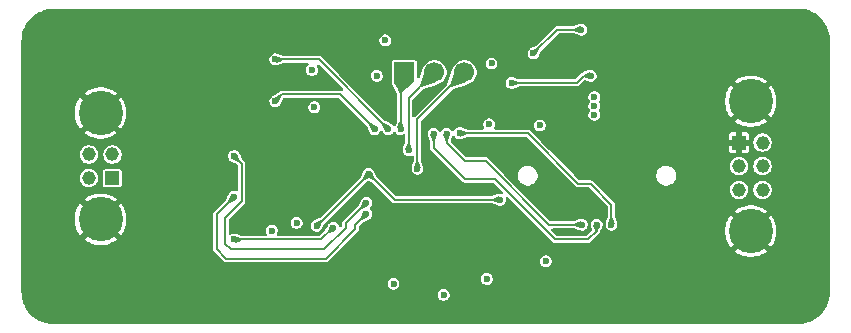
<source format=gbr>
%TF.GenerationSoftware,KiCad,Pcbnew,9.0.4*%
%TF.CreationDate,2026-01-24T19:15:15+00:00*%
%TF.ProjectId,can-repeater,63616e2d-7265-4706-9561-7465722e6b69,rev?*%
%TF.SameCoordinates,Original*%
%TF.FileFunction,Copper,L4,Bot*%
%TF.FilePolarity,Positive*%
%FSLAX46Y46*%
G04 Gerber Fmt 4.6, Leading zero omitted, Abs format (unit mm)*
G04 Created by KiCad (PCBNEW 9.0.4) date 2026-01-24 19:15:15*
%MOMM*%
%LPD*%
G01*
G04 APERTURE LIST*
%TA.AperFunction,ComponentPad*%
%ADD10C,2.600000*%
%TD*%
%TA.AperFunction,ConnectorPad*%
%ADD11C,3.800000*%
%TD*%
%TA.AperFunction,ComponentPad*%
%ADD12R,1.150000X1.150000*%
%TD*%
%TA.AperFunction,ComponentPad*%
%ADD13C,1.150000*%
%TD*%
%TA.AperFunction,ComponentPad*%
%ADD14C,3.750000*%
%TD*%
%TA.AperFunction,ComponentPad*%
%ADD15R,1.700000X1.700000*%
%TD*%
%TA.AperFunction,ComponentPad*%
%ADD16C,1.700000*%
%TD*%
%TA.AperFunction,ViaPad*%
%ADD17C,0.600000*%
%TD*%
%TA.AperFunction,Conductor*%
%ADD18C,0.200000*%
%TD*%
G04 APERTURE END LIST*
D10*
%TO.P,H3,1,1*%
%TO.N,GND*%
X196950000Y-88110000D03*
D11*
X196950000Y-88110000D03*
%TD*%
D10*
%TO.P,H1,1,1*%
%TO.N,GND*%
X196950000Y-66800000D03*
D11*
X196950000Y-66800000D03*
%TD*%
D10*
%TO.P,H2,1,1*%
%TO.N,GND*%
X133900000Y-88100000D03*
D11*
X133900000Y-88100000D03*
%TD*%
D12*
%TO.P,J4,1,Pin_1*%
%TO.N,GND*%
X191950000Y-75450000D03*
D13*
%TO.P,J4,2,Pin_2*%
%TO.N,2_CAN-*%
X191950000Y-77450000D03*
%TO.P,J4,3,Pin_3*%
%TO.N,2_CAN+*%
X191950000Y-79450000D03*
%TO.P,J4,4,Pin_4*%
%TO.N,Net-(J4-Pin_4)*%
X193950000Y-75450000D03*
%TO.P,J4,5,Pin_5*%
%TO.N,2_CAN-*%
X193950000Y-77450000D03*
%TO.P,J4,6,Pin_6*%
%TO.N,2_CAN+*%
X193950000Y-79450000D03*
D14*
%TO.P,J4,7,Pin_7*%
%TO.N,GND*%
X192950000Y-71950000D03*
%TO.P,J4,8,Pin_8*%
X192950000Y-82950000D03*
%TD*%
D12*
%TO.P,J3,1,Pin_1*%
%TO.N,1_CAN-*%
X138900000Y-78450000D03*
D13*
%TO.P,J3,2,Pin_2*%
%TO.N,1_CAN+*%
X138900000Y-76450000D03*
%TO.P,J3,3,Pin_3*%
%TO.N,1_CAN-*%
X136900000Y-78450000D03*
%TO.P,J3,4,Pin_4*%
%TO.N,1_CAN+*%
X136900000Y-76450000D03*
D14*
%TO.P,J3,5,Pin_5*%
%TO.N,GND*%
X137900000Y-81950000D03*
%TO.P,J3,6,Pin_6*%
X137900000Y-72950000D03*
%TD*%
D10*
%TO.P,H4,1,1*%
%TO.N,GND*%
X133850000Y-66800000D03*
D11*
X133850000Y-66800000D03*
%TD*%
D15*
%TO.P,J1,1,Pin_1*%
%TO.N,USART1_RX*%
X163627122Y-69511934D03*
D16*
%TO.P,J1,2,Pin_2*%
%TO.N,USART1_TX*%
X166167122Y-69511934D03*
%TO.P,J1,3,Pin_3*%
%TO.N,USART1_CK*%
X168707121Y-69511934D03*
%TD*%
D17*
%TO.N,GND*%
X187580000Y-85630000D03*
X167600000Y-82000000D03*
X188350000Y-74500000D03*
X172900000Y-77000000D03*
X189100000Y-81400000D03*
X162200000Y-76750000D03*
X148250000Y-68450000D03*
X183100000Y-84150000D03*
X174400000Y-84550000D03*
X145900000Y-70200000D03*
X172850000Y-81150000D03*
X179400000Y-74200000D03*
X183600000Y-78200000D03*
X191750000Y-88600000D03*
X151650000Y-74250000D03*
X158250000Y-67150000D03*
%TO.N,+3V3*%
X171000000Y-68750000D03*
X175600000Y-85500000D03*
X175100000Y-74000000D03*
X162700000Y-87400000D03*
X179700000Y-71600000D03*
X179700000Y-73100000D03*
X170600000Y-87000000D03*
X156000000Y-72450000D03*
X155800000Y-69300000D03*
X154500000Y-82250000D03*
X179700000Y-72350000D03*
X152400000Y-82900000D03*
X161300000Y-69800000D03*
X166950000Y-88350000D03*
X170800000Y-73900000D03*
X162000000Y-66800000D03*
%TO.N,/NReset*%
X160600000Y-78100000D03*
X171700000Y-80300000D03*
X156200000Y-82500000D03*
%TO.N,SYS_JTDO*%
X166100000Y-74700000D03*
X179900000Y-82400000D03*
%TO.N,SYS_JTDI*%
X178650000Y-82400000D03*
X167200000Y-74700000D03*
%TO.N,SYS_JTCK-SW*%
X181150000Y-82400000D03*
X168300000Y-74650000D03*
%TO.N,USART1_TX*%
X164000000Y-76100000D03*
%TO.N,USART1_RX*%
X163300000Y-74300000D03*
%TO.N,USART1_CK*%
X164725735Y-77674265D03*
%TO.N,MCU_CAN1_TX*%
X152700000Y-71950000D03*
X161100000Y-74300000D03*
%TO.N,MCU_CAN1_RX*%
X162250000Y-74300000D03*
X152700000Y-68400000D03*
%TO.N,/STAT1_LED*%
X149200000Y-76600000D03*
X160400000Y-80550000D03*
%TO.N,/STAT2_LED*%
X149200000Y-80050000D03*
X160400000Y-81500000D03*
%TO.N,/ERROR_LED*%
X157600000Y-82650000D03*
X149200000Y-83650000D03*
%TO.N,+GLV_PROT*%
X178600000Y-65900000D03*
X174550000Y-67900000D03*
%TO.N,Net-(U1-SW)*%
X172700000Y-70400000D03*
X179400000Y-69800000D03*
%TD*%
D18*
%TO.N,/NReset*%
X156200000Y-82500000D02*
X160600000Y-78100000D01*
X162800000Y-80300000D02*
X160600000Y-78100000D01*
X171700000Y-80300000D02*
X162800000Y-80300000D01*
%TO.N,SYS_JTDO*%
X166100000Y-74700000D02*
X166100000Y-75900000D01*
X166100000Y-75900000D02*
X168750000Y-78550000D01*
X179900000Y-82900000D02*
X179900000Y-82400000D01*
X168750000Y-78550000D02*
X171300000Y-78550000D01*
X179150000Y-83650000D02*
X179900000Y-82900000D01*
X171300000Y-78550000D02*
X176400000Y-83650000D01*
X176400000Y-83650000D02*
X179150000Y-83650000D01*
%TO.N,SYS_JTDI*%
X168750000Y-77000000D02*
X170500000Y-77000000D01*
X167200000Y-74700000D02*
X167200000Y-75450000D01*
X170500000Y-77000000D02*
X175900000Y-82400000D01*
X167200000Y-75450000D02*
X168750000Y-77000000D01*
X175900000Y-82400000D02*
X178650000Y-82400000D01*
%TO.N,SYS_JTCK-SW*%
X179400000Y-78950000D02*
X181150000Y-80700000D01*
X181150000Y-80700000D02*
X181150000Y-82400000D01*
X174050000Y-74650000D02*
X178350000Y-78950000D01*
X178350000Y-78950000D02*
X179400000Y-78950000D01*
X168300000Y-74650000D02*
X174050000Y-74650000D01*
%TO.N,USART1_TX*%
X164000000Y-71679056D02*
X166167122Y-69511934D01*
X164000000Y-76100000D02*
X164000000Y-71679056D01*
%TO.N,USART1_RX*%
X163300000Y-69839056D02*
X163627122Y-69511934D01*
X163300000Y-74300000D02*
X163300000Y-69839056D01*
%TO.N,USART1_CK*%
X164725735Y-77674265D02*
X164725735Y-73493320D01*
X164725735Y-73493320D02*
X168707121Y-69511934D01*
%TO.N,MCU_CAN1_TX*%
X153300000Y-71350000D02*
X152700000Y-71950000D01*
X161100000Y-74300000D02*
X158150000Y-71350000D01*
X158150000Y-71350000D02*
X153300000Y-71350000D01*
%TO.N,MCU_CAN1_RX*%
X156350000Y-68400000D02*
X152700000Y-68400000D01*
X162250000Y-74300000D02*
X156350000Y-68400000D01*
%TO.N,/STAT1_LED*%
X148900000Y-84500000D02*
X148450000Y-84050000D01*
X160400000Y-80550000D02*
X158650000Y-82300000D01*
X148450000Y-84050000D02*
X148450000Y-81800000D01*
X158650000Y-82650000D02*
X156800000Y-84500000D01*
X149850000Y-77250000D02*
X149200000Y-76600000D01*
X149850000Y-80400000D02*
X149850000Y-77250000D01*
X148450000Y-81800000D02*
X149850000Y-80400000D01*
X158650000Y-82300000D02*
X158650000Y-82650000D01*
X156800000Y-84500000D02*
X148900000Y-84500000D01*
%TO.N,/STAT2_LED*%
X148550000Y-85300000D02*
X147750000Y-84500000D01*
X159450000Y-82450000D02*
X159450000Y-82800000D01*
X159450000Y-82800000D02*
X156950000Y-85300000D01*
X147750000Y-84500000D02*
X147750000Y-81500000D01*
X156950000Y-85300000D02*
X148550000Y-85300000D01*
X160400000Y-81500000D02*
X159450000Y-82450000D01*
X147750000Y-81500000D02*
X149200000Y-80050000D01*
%TO.N,/ERROR_LED*%
X157600000Y-82650000D02*
X156600000Y-83650000D01*
X156600000Y-83650000D02*
X149200000Y-83650000D01*
%TO.N,+GLV_PROT*%
X178600000Y-65900000D02*
X176550000Y-65900000D01*
X176550000Y-65900000D02*
X174550000Y-67900000D01*
%TO.N,Net-(U1-SW)*%
X178200000Y-70400000D02*
X172700000Y-70400000D01*
X178800000Y-69800000D02*
X178200000Y-70400000D01*
X179400000Y-69800000D02*
X178800000Y-69800000D01*
%TD*%
%TA.AperFunction,Conductor*%
%TO.N,GND*%
G36*
X196966858Y-64100693D02*
G01*
X197257190Y-64116935D01*
X197270978Y-64118486D01*
X197554218Y-64166552D01*
X197567771Y-64169642D01*
X197843841Y-64249123D01*
X197856948Y-64253707D01*
X198122381Y-64363601D01*
X198134892Y-64369623D01*
X198386354Y-64508551D01*
X198398129Y-64515947D01*
X198632442Y-64682154D01*
X198643308Y-64690818D01*
X198654261Y-64700604D01*
X198857532Y-64882214D01*
X198867364Y-64892044D01*
X198875615Y-64901275D01*
X199058806Y-65106224D01*
X199067478Y-65117096D01*
X199233734Y-65351368D01*
X199241134Y-65363143D01*
X199348141Y-65556726D01*
X199380109Y-65614557D01*
X199386144Y-65627087D01*
X199496091Y-65892480D01*
X199500685Y-65905607D01*
X199580219Y-66181636D01*
X199583315Y-66195195D01*
X199631442Y-66478414D01*
X199632999Y-66492233D01*
X199649305Y-66782528D01*
X199649500Y-66789482D01*
X199649501Y-82409107D01*
X199649500Y-88048207D01*
X199649500Y-88110610D01*
X199649304Y-88117581D01*
X199632919Y-88408581D01*
X199631354Y-88422434D01*
X199582995Y-88706310D01*
X199579885Y-88719899D01*
X199499967Y-88996552D01*
X199495351Y-89009707D01*
X199384885Y-89275636D01*
X199378821Y-89288191D01*
X199239198Y-89540043D01*
X199231765Y-89551835D01*
X199064748Y-89786435D01*
X199056036Y-89797320D01*
X198863759Y-90011667D01*
X198853882Y-90021505D01*
X198638743Y-90212929D01*
X198627823Y-90221596D01*
X198392565Y-90387654D01*
X198380741Y-90395041D01*
X198128321Y-90533646D01*
X198115744Y-90539658D01*
X197849374Y-90649048D01*
X197836200Y-90653611D01*
X197559222Y-90732412D01*
X197545620Y-90735467D01*
X197261552Y-90782679D01*
X197247692Y-90784188D01*
X196956650Y-90799394D01*
X196950194Y-90799563D01*
X196949908Y-90799563D01*
X196887256Y-90799311D01*
X196886269Y-90799570D01*
X196877366Y-90799571D01*
X196877363Y-90799570D01*
X196877352Y-90799571D01*
X133951889Y-90799500D01*
X133889478Y-90799500D01*
X133882525Y-90799305D01*
X133592268Y-90783004D01*
X133578450Y-90781447D01*
X133295285Y-90733334D01*
X133281728Y-90730240D01*
X133005721Y-90650724D01*
X132992596Y-90646131D01*
X132727237Y-90536216D01*
X132714709Y-90530183D01*
X132463319Y-90391244D01*
X132451545Y-90383845D01*
X132217298Y-90217637D01*
X132206426Y-90208968D01*
X131992256Y-90017574D01*
X131982423Y-90007741D01*
X131791030Y-89793572D01*
X131782360Y-89782700D01*
X131616151Y-89548449D01*
X131608753Y-89536675D01*
X131511447Y-89360614D01*
X131469811Y-89285280D01*
X131463785Y-89272766D01*
X131353865Y-89007397D01*
X131349273Y-88994273D01*
X131307853Y-88850500D01*
X131269755Y-88718259D01*
X131266664Y-88704713D01*
X131258611Y-88657314D01*
X131218550Y-88421535D01*
X131216996Y-88407736D01*
X131210053Y-88284108D01*
X166449500Y-88284108D01*
X166449500Y-88415891D01*
X166483608Y-88543187D01*
X166516554Y-88600250D01*
X166549500Y-88657314D01*
X166642686Y-88750500D01*
X166756814Y-88816392D01*
X166884108Y-88850500D01*
X166884110Y-88850500D01*
X167015890Y-88850500D01*
X167015892Y-88850500D01*
X167143186Y-88816392D01*
X167257314Y-88750500D01*
X167350500Y-88657314D01*
X167416392Y-88543186D01*
X167450500Y-88415892D01*
X167450500Y-88284108D01*
X167416392Y-88156814D01*
X167350500Y-88042686D01*
X167257314Y-87949500D01*
X167172442Y-87900499D01*
X167143187Y-87883608D01*
X167078931Y-87866391D01*
X167015892Y-87849500D01*
X166884108Y-87849500D01*
X166756812Y-87883608D01*
X166642686Y-87949500D01*
X166642683Y-87949502D01*
X166549502Y-88042683D01*
X166549500Y-88042686D01*
X166483608Y-88156812D01*
X166449500Y-88284108D01*
X131210053Y-88284108D01*
X131200695Y-88117472D01*
X131200500Y-88110519D01*
X131200500Y-87334108D01*
X162199500Y-87334108D01*
X162199500Y-87465891D01*
X162233608Y-87593187D01*
X162266554Y-87650250D01*
X162299500Y-87707314D01*
X162392686Y-87800500D01*
X162506814Y-87866392D01*
X162634108Y-87900500D01*
X162634110Y-87900500D01*
X162765890Y-87900500D01*
X162765892Y-87900500D01*
X162893186Y-87866392D01*
X163007314Y-87800500D01*
X163100500Y-87707314D01*
X163166392Y-87593186D01*
X163200500Y-87465892D01*
X163200500Y-87334108D01*
X163166392Y-87206814D01*
X163100500Y-87092686D01*
X163007314Y-86999500D01*
X162950250Y-86966554D01*
X162894053Y-86934108D01*
X170099500Y-86934108D01*
X170099500Y-87065892D01*
X170116554Y-87129539D01*
X170133608Y-87193187D01*
X170141475Y-87206812D01*
X170199500Y-87307314D01*
X170292686Y-87400500D01*
X170391521Y-87457563D01*
X170405944Y-87465890D01*
X170406814Y-87466392D01*
X170534108Y-87500500D01*
X170534110Y-87500500D01*
X170665890Y-87500500D01*
X170665892Y-87500500D01*
X170793186Y-87466392D01*
X170907314Y-87400500D01*
X171000500Y-87307314D01*
X171066392Y-87193186D01*
X171100500Y-87065892D01*
X171100500Y-86934108D01*
X171066392Y-86806814D01*
X171000500Y-86692686D01*
X170907314Y-86599500D01*
X170850250Y-86566554D01*
X170793187Y-86533608D01*
X170729539Y-86516554D01*
X170665892Y-86499500D01*
X170534108Y-86499500D01*
X170406812Y-86533608D01*
X170292686Y-86599500D01*
X170292683Y-86599502D01*
X170199502Y-86692683D01*
X170199500Y-86692686D01*
X170133608Y-86806812D01*
X170108773Y-86899500D01*
X170099500Y-86934108D01*
X162894053Y-86934108D01*
X162893187Y-86933608D01*
X162829539Y-86916554D01*
X162765892Y-86899500D01*
X162634108Y-86899500D01*
X162506812Y-86933608D01*
X162392686Y-86999500D01*
X162392683Y-86999502D01*
X162299502Y-87092683D01*
X162299500Y-87092686D01*
X162233608Y-87206812D01*
X162199500Y-87334108D01*
X131200500Y-87334108D01*
X131200500Y-81807449D01*
X135725000Y-81807449D01*
X135725000Y-82092550D01*
X135725001Y-82092566D01*
X135762214Y-82375230D01*
X135836008Y-82650633D01*
X135945113Y-82914035D01*
X135945117Y-82914044D01*
X136087669Y-83160951D01*
X136087680Y-83160968D01*
X136195267Y-83301176D01*
X136195268Y-83301176D01*
X136945809Y-82550635D01*
X137041898Y-82682888D01*
X137167112Y-82808102D01*
X137299363Y-82904189D01*
X136548822Y-83654729D01*
X136548822Y-83654731D01*
X136689031Y-83762319D01*
X136689048Y-83762330D01*
X136935955Y-83904882D01*
X136935964Y-83904886D01*
X137199366Y-84013991D01*
X137474769Y-84087785D01*
X137757433Y-84124998D01*
X137757450Y-84125000D01*
X138042550Y-84125000D01*
X138042566Y-84124998D01*
X138325230Y-84087785D01*
X138600633Y-84013991D01*
X138864035Y-83904886D01*
X138864044Y-83904882D01*
X139110954Y-83762328D01*
X139251176Y-83654730D01*
X139251176Y-83654729D01*
X138500636Y-82904189D01*
X138632888Y-82808102D01*
X138758102Y-82682888D01*
X138854189Y-82550636D01*
X139604729Y-83301176D01*
X139604730Y-83301176D01*
X139712328Y-83160954D01*
X139854882Y-82914044D01*
X139854886Y-82914035D01*
X139963991Y-82650633D01*
X140037785Y-82375230D01*
X140074998Y-82092566D01*
X140075000Y-82092550D01*
X140075000Y-81807449D01*
X140074998Y-81807433D01*
X140037785Y-81524769D01*
X140026969Y-81484403D01*
X140020548Y-81460438D01*
X147449500Y-81460438D01*
X147449500Y-84539562D01*
X147463152Y-84590513D01*
X147469979Y-84615990D01*
X147469982Y-84615995D01*
X147509535Y-84684504D01*
X147509539Y-84684509D01*
X147509540Y-84684511D01*
X148309540Y-85484511D01*
X148365489Y-85540460D01*
X148365491Y-85540461D01*
X148365495Y-85540464D01*
X148434004Y-85580017D01*
X148434011Y-85580021D01*
X148510438Y-85600500D01*
X148510440Y-85600500D01*
X156989560Y-85600500D01*
X156989562Y-85600500D01*
X157065989Y-85580021D01*
X157134511Y-85540460D01*
X157190460Y-85484511D01*
X157240863Y-85434108D01*
X175099500Y-85434108D01*
X175099500Y-85565891D01*
X175133608Y-85693187D01*
X175166554Y-85750250D01*
X175199500Y-85807314D01*
X175292686Y-85900500D01*
X175406814Y-85966392D01*
X175534108Y-86000500D01*
X175534110Y-86000500D01*
X175665890Y-86000500D01*
X175665892Y-86000500D01*
X175793186Y-85966392D01*
X175907314Y-85900500D01*
X176000500Y-85807314D01*
X176066392Y-85693186D01*
X176100500Y-85565892D01*
X176100500Y-85434108D01*
X176066392Y-85306814D01*
X176000500Y-85192686D01*
X175907314Y-85099500D01*
X175850250Y-85066554D01*
X175793187Y-85033608D01*
X175719974Y-85013991D01*
X175665892Y-84999500D01*
X175534108Y-84999500D01*
X175406812Y-85033608D01*
X175292686Y-85099500D01*
X175292683Y-85099502D01*
X175199502Y-85192683D01*
X175199500Y-85192686D01*
X175133608Y-85306812D01*
X175099500Y-85434108D01*
X157240863Y-85434108D01*
X159690460Y-82984511D01*
X159700921Y-82966392D01*
X159730021Y-82915989D01*
X159750500Y-82839562D01*
X159750500Y-82625832D01*
X159770185Y-82558793D01*
X159786815Y-82538155D01*
X160141614Y-82183355D01*
X160176745Y-82158723D01*
X160580768Y-81969719D01*
X160593186Y-81966392D01*
X160615841Y-81953312D01*
X160641450Y-81941332D01*
X160655088Y-81934321D01*
X160656598Y-81933472D01*
X160659699Y-81931693D01*
X160659702Y-81931689D01*
X160665517Y-81927385D01*
X160665532Y-81927405D01*
X160682359Y-81914907D01*
X160707314Y-81900500D01*
X160800500Y-81807314D01*
X160866392Y-81693186D01*
X160900500Y-81565892D01*
X160900500Y-81434108D01*
X160866392Y-81306814D01*
X160800500Y-81192686D01*
X160720495Y-81112681D01*
X160687010Y-81051358D01*
X160691994Y-80981666D01*
X160720495Y-80937319D01*
X160750393Y-80907421D01*
X160800500Y-80857314D01*
X160866392Y-80743186D01*
X160900500Y-80615892D01*
X160900500Y-80484108D01*
X160866392Y-80356814D01*
X160800500Y-80242686D01*
X160707314Y-80149500D01*
X160633380Y-80106814D01*
X160593187Y-80083608D01*
X160518115Y-80063493D01*
X160465892Y-80049500D01*
X160334108Y-80049500D01*
X160206812Y-80083608D01*
X160092686Y-80149500D01*
X159999500Y-80242685D01*
X159975162Y-80284838D01*
X159971739Y-80290767D01*
X159958667Y-80308548D01*
X159946681Y-80334166D01*
X159944008Y-80338797D01*
X159933609Y-80356809D01*
X159933608Y-80356812D01*
X159933111Y-80358669D01*
X159925655Y-80379114D01*
X159741274Y-80773252D01*
X159716637Y-80808390D01*
X158465489Y-82059540D01*
X158409541Y-82115487D01*
X158409535Y-82115495D01*
X158369982Y-82184004D01*
X158369979Y-82184009D01*
X158369600Y-82185424D01*
X158349977Y-82258660D01*
X158349500Y-82260439D01*
X158349500Y-82474166D01*
X158340855Y-82503606D01*
X158334332Y-82533593D01*
X158330577Y-82538608D01*
X158329815Y-82541205D01*
X158313181Y-82561847D01*
X158292608Y-82582420D01*
X158231285Y-82615905D01*
X158161593Y-82610921D01*
X158105660Y-82569049D01*
X158085153Y-82526834D01*
X158066392Y-82456814D01*
X158000500Y-82342686D01*
X157907314Y-82249500D01*
X157844853Y-82213438D01*
X157793187Y-82183608D01*
X157729539Y-82166554D01*
X157665892Y-82149500D01*
X157534108Y-82149500D01*
X157406812Y-82183608D01*
X157292686Y-82249500D01*
X157199500Y-82342685D01*
X157176887Y-82381850D01*
X157171739Y-82390767D01*
X157158667Y-82408548D01*
X157146681Y-82434166D01*
X157144008Y-82438797D01*
X157133609Y-82456809D01*
X157133608Y-82456812D01*
X157133111Y-82458669D01*
X157125655Y-82479114D01*
X156941274Y-82873252D01*
X156916637Y-82908390D01*
X156511848Y-83313181D01*
X156450525Y-83346666D01*
X156424167Y-83349500D01*
X152933183Y-83349500D01*
X152866144Y-83329815D01*
X152820389Y-83277011D01*
X152810445Y-83207853D01*
X152825795Y-83163501D01*
X152866392Y-83093186D01*
X152900500Y-82965892D01*
X152900500Y-82834108D01*
X152866392Y-82706814D01*
X152800500Y-82592686D01*
X152707314Y-82499500D01*
X152633378Y-82456813D01*
X152593187Y-82433608D01*
X152529539Y-82416554D01*
X152465892Y-82399500D01*
X152334108Y-82399500D01*
X152206812Y-82433608D01*
X152092686Y-82499500D01*
X152092683Y-82499502D01*
X151999502Y-82592683D01*
X151999500Y-82592686D01*
X151933608Y-82706812D01*
X151909713Y-82795991D01*
X151899500Y-82834108D01*
X151899500Y-82965892D01*
X151899634Y-82966391D01*
X151933608Y-83093187D01*
X151947251Y-83116816D01*
X151974204Y-83163500D01*
X151990677Y-83231399D01*
X151967825Y-83297426D01*
X151912904Y-83340617D01*
X151866817Y-83349500D01*
X149865916Y-83349500D01*
X149823649Y-83342074D01*
X149414585Y-83193757D01*
X149404314Y-83190033D01*
X149393186Y-83183608D01*
X149367928Y-83176840D01*
X149362803Y-83174982D01*
X149341322Y-83167193D01*
X149326950Y-83162572D01*
X149325249Y-83162094D01*
X149321578Y-83161098D01*
X149314410Y-83160029D01*
X149314413Y-83160005D01*
X149293678Y-83156945D01*
X149265893Y-83149500D01*
X149265892Y-83149500D01*
X149134108Y-83149500D01*
X149006814Y-83183608D01*
X149006813Y-83183608D01*
X149006811Y-83183609D01*
X149006810Y-83183609D01*
X148936500Y-83224203D01*
X148868600Y-83240676D01*
X148802573Y-83217823D01*
X148759382Y-83162902D01*
X148750500Y-83116816D01*
X148750500Y-82184108D01*
X153999500Y-82184108D01*
X153999500Y-82315892D01*
X154011418Y-82360371D01*
X154033608Y-82443187D01*
X154046717Y-82465892D01*
X154099500Y-82557314D01*
X154192686Y-82650500D01*
X154279836Y-82700816D01*
X154305859Y-82715841D01*
X154306814Y-82716392D01*
X154434108Y-82750500D01*
X154434110Y-82750500D01*
X154565890Y-82750500D01*
X154565892Y-82750500D01*
X154693186Y-82716392D01*
X154807314Y-82650500D01*
X154900500Y-82557314D01*
X154966392Y-82443186D01*
X154968824Y-82434108D01*
X155699500Y-82434108D01*
X155699500Y-82565892D01*
X155707687Y-82596446D01*
X155733608Y-82693187D01*
X155744016Y-82711213D01*
X155799500Y-82807314D01*
X155892686Y-82900500D01*
X155978424Y-82950001D01*
X156006810Y-82966390D01*
X156006814Y-82966392D01*
X156134108Y-83000500D01*
X156134110Y-83000500D01*
X156265890Y-83000500D01*
X156265892Y-83000500D01*
X156393186Y-82966392D01*
X156507314Y-82900500D01*
X156600500Y-82807314D01*
X156628264Y-82759225D01*
X156641332Y-82741450D01*
X156653312Y-82715841D01*
X156666392Y-82693186D01*
X156666889Y-82691327D01*
X156674344Y-82670879D01*
X156858723Y-82276745D01*
X156883355Y-82241614D01*
X160341614Y-78783355D01*
X160345721Y-78780476D01*
X160347234Y-78778074D01*
X160376745Y-78758723D01*
X160547458Y-78678862D01*
X160616520Y-78668287D01*
X160652537Y-78678861D01*
X160823250Y-78758721D01*
X160858387Y-78783358D01*
X162559540Y-80484511D01*
X162615489Y-80540460D01*
X162615491Y-80540461D01*
X162615495Y-80540464D01*
X162624937Y-80545915D01*
X162684011Y-80580021D01*
X162760438Y-80600500D01*
X171034083Y-80600500D01*
X171076350Y-80607926D01*
X171495688Y-80759968D01*
X171506814Y-80766392D01*
X171532065Y-80773158D01*
X171558661Y-80782801D01*
X171570206Y-80786511D01*
X171573097Y-80787441D01*
X171574698Y-80787891D01*
X171574743Y-80787903D01*
X171574753Y-80787906D01*
X171578415Y-80788899D01*
X171578417Y-80788899D01*
X171585585Y-80789968D01*
X171585581Y-80789993D01*
X171606314Y-80793052D01*
X171634108Y-80800500D01*
X171634110Y-80800500D01*
X171765890Y-80800500D01*
X171765892Y-80800500D01*
X171893186Y-80766392D01*
X172007314Y-80700500D01*
X172100500Y-80607314D01*
X172166392Y-80493186D01*
X172200500Y-80365892D01*
X172200500Y-80234108D01*
X172189003Y-80191200D01*
X172190666Y-80121356D01*
X172229828Y-80063493D01*
X172294056Y-80035988D01*
X172362958Y-80047574D01*
X172396459Y-80071430D01*
X176159540Y-83834511D01*
X176215489Y-83890460D01*
X176215491Y-83890461D01*
X176215495Y-83890464D01*
X176284004Y-83930017D01*
X176284011Y-83930021D01*
X176360438Y-83950500D01*
X176360440Y-83950500D01*
X179189560Y-83950500D01*
X179189562Y-83950500D01*
X179265989Y-83930021D01*
X179334511Y-83890460D01*
X179390460Y-83834511D01*
X180140460Y-83084511D01*
X180145576Y-83075650D01*
X180180021Y-83015989D01*
X180200500Y-82939562D01*
X180200500Y-82939559D01*
X180201561Y-82931503D01*
X180203417Y-82931747D01*
X180214544Y-82886334D01*
X180224940Y-82866392D01*
X180326830Y-82670942D01*
X180329546Y-82662524D01*
X180340162Y-82638615D01*
X180366392Y-82593186D01*
X180400500Y-82465892D01*
X180400500Y-82334108D01*
X180366392Y-82206814D01*
X180300500Y-82092686D01*
X180207314Y-81999500D01*
X180149969Y-81966392D01*
X180093187Y-81933608D01*
X180029539Y-81916554D01*
X179965892Y-81899500D01*
X179834108Y-81899500D01*
X179706812Y-81933608D01*
X179592686Y-81999500D01*
X179592683Y-81999502D01*
X179499502Y-82092683D01*
X179499500Y-82092686D01*
X179433608Y-82206812D01*
X179399500Y-82334108D01*
X179399500Y-82465893D01*
X179409605Y-82503606D01*
X179413603Y-82518526D01*
X179416905Y-82540662D01*
X179427296Y-82569631D01*
X179428623Y-82574584D01*
X179433606Y-82593181D01*
X179433607Y-82593183D01*
X179433608Y-82593186D01*
X179433609Y-82593187D01*
X179433684Y-82593317D01*
X179443010Y-82613442D01*
X179500579Y-82773940D01*
X179504684Y-82843689D01*
X179471541Y-82903487D01*
X179061848Y-83313181D01*
X179000525Y-83346666D01*
X178974167Y-83349500D01*
X176575833Y-83349500D01*
X176508794Y-83329815D01*
X176488152Y-83313181D01*
X176087152Y-82912181D01*
X176053667Y-82850858D01*
X176058651Y-82781166D01*
X176100523Y-82725233D01*
X176165987Y-82700816D01*
X176174833Y-82700500D01*
X177984083Y-82700500D01*
X178026350Y-82707926D01*
X178117406Y-82740940D01*
X178445688Y-82859968D01*
X178456814Y-82866392D01*
X178482065Y-82873158D01*
X178508661Y-82882801D01*
X178519653Y-82886334D01*
X178523097Y-82887441D01*
X178524698Y-82887891D01*
X178524743Y-82887903D01*
X178524753Y-82887906D01*
X178528415Y-82888899D01*
X178528417Y-82888899D01*
X178535585Y-82889968D01*
X178535581Y-82889993D01*
X178556314Y-82893052D01*
X178584108Y-82900500D01*
X178584110Y-82900500D01*
X178715890Y-82900500D01*
X178715892Y-82900500D01*
X178843186Y-82866392D01*
X178957314Y-82800500D01*
X179050500Y-82707314D01*
X179116392Y-82593186D01*
X179150500Y-82465892D01*
X179150500Y-82334108D01*
X179116392Y-82206814D01*
X179050500Y-82092686D01*
X178957314Y-81999500D01*
X178899969Y-81966392D01*
X178843187Y-81933608D01*
X178779539Y-81916554D01*
X178715892Y-81899500D01*
X178584108Y-81899500D01*
X178584104Y-81899500D01*
X178537115Y-81912091D01*
X178537114Y-81912091D01*
X178530497Y-81913863D01*
X178508664Y-81917198D01*
X178482075Y-81926837D01*
X178476933Y-81928215D01*
X178476919Y-81928220D01*
X178456813Y-81933608D01*
X178456803Y-81933612D01*
X178455133Y-81934577D01*
X178435417Y-81943754D01*
X178026349Y-82092074D01*
X177984082Y-82099500D01*
X176075833Y-82099500D01*
X176008794Y-82079815D01*
X175988152Y-82063181D01*
X172091692Y-78166721D01*
X173204500Y-78166721D01*
X173204500Y-78333278D01*
X173236990Y-78496615D01*
X173236992Y-78496623D01*
X173300728Y-78650495D01*
X173300728Y-78650496D01*
X173393255Y-78788973D01*
X173393261Y-78788980D01*
X173511019Y-78906738D01*
X173511026Y-78906744D01*
X173649504Y-78999271D01*
X173649505Y-78999271D01*
X173649506Y-78999272D01*
X173803377Y-79063008D01*
X173966721Y-79095499D01*
X173966725Y-79095500D01*
X173966726Y-79095500D01*
X174133275Y-79095500D01*
X174133276Y-79095499D01*
X174296623Y-79063008D01*
X174450494Y-78999272D01*
X174450495Y-78999271D01*
X174450496Y-78999271D01*
X174532684Y-78944355D01*
X174588975Y-78906743D01*
X174706743Y-78788975D01*
X174799272Y-78650494D01*
X174863008Y-78496623D01*
X174895500Y-78333274D01*
X174895500Y-78166726D01*
X174863008Y-78003377D01*
X174799272Y-77849506D01*
X174799271Y-77849504D01*
X174799271Y-77849503D01*
X174706744Y-77711026D01*
X174706738Y-77711019D01*
X174588980Y-77593261D01*
X174588973Y-77593255D01*
X174450495Y-77500728D01*
X174296623Y-77436992D01*
X174296615Y-77436990D01*
X174133278Y-77404500D01*
X174133274Y-77404500D01*
X173966726Y-77404500D01*
X173966721Y-77404500D01*
X173803384Y-77436990D01*
X173803376Y-77436992D01*
X173649504Y-77500728D01*
X173649503Y-77500728D01*
X173511026Y-77593255D01*
X173511019Y-77593261D01*
X173393261Y-77711019D01*
X173393255Y-77711026D01*
X173300728Y-77849503D01*
X173300728Y-77849504D01*
X173236992Y-78003376D01*
X173236990Y-78003384D01*
X173204500Y-78166721D01*
X172091692Y-78166721D01*
X170684512Y-76759541D01*
X170684507Y-76759537D01*
X170675932Y-76754586D01*
X170675930Y-76754586D01*
X170642418Y-76735238D01*
X170615990Y-76719979D01*
X170590513Y-76713152D01*
X170539562Y-76699500D01*
X170539560Y-76699500D01*
X168925833Y-76699500D01*
X168858794Y-76679815D01*
X168838152Y-76663181D01*
X167561232Y-75386261D01*
X167527747Y-75324938D01*
X167532338Y-75256314D01*
X167649776Y-74932419D01*
X167691131Y-74876107D01*
X167756369Y-74851091D01*
X167824775Y-74865317D01*
X167873734Y-74912688D01*
X167895566Y-74950500D01*
X167899500Y-74957314D01*
X167992686Y-75050500D01*
X168106814Y-75116392D01*
X168234108Y-75150500D01*
X168234110Y-75150500D01*
X168365890Y-75150500D01*
X168365892Y-75150500D01*
X168419504Y-75136134D01*
X168441337Y-75132801D01*
X168467927Y-75123160D01*
X168493186Y-75116392D01*
X168494849Y-75115431D01*
X168514580Y-75106243D01*
X168923649Y-74957926D01*
X168965916Y-74950500D01*
X173874167Y-74950500D01*
X173941206Y-74970185D01*
X173961848Y-74986819D01*
X178109540Y-79134511D01*
X178165489Y-79190460D01*
X178165491Y-79190461D01*
X178165495Y-79190464D01*
X178226180Y-79225500D01*
X178234011Y-79230021D01*
X178310438Y-79250500D01*
X179224167Y-79250500D01*
X179291206Y-79270185D01*
X179311848Y-79286819D01*
X180813181Y-80788152D01*
X180846666Y-80849475D01*
X180849500Y-80875833D01*
X180849500Y-81734083D01*
X180842074Y-81776349D01*
X180787011Y-81928215D01*
X180693752Y-82185423D01*
X180693751Y-82185424D01*
X180690025Y-82195697D01*
X180683608Y-82206814D01*
X180676847Y-82232041D01*
X180675025Y-82237068D01*
X180667197Y-82258660D01*
X180662531Y-82273191D01*
X180662068Y-82274841D01*
X180661099Y-82278418D01*
X180660033Y-82285575D01*
X180660007Y-82285571D01*
X180656945Y-82306317D01*
X180649501Y-82334100D01*
X180649500Y-82334108D01*
X180649500Y-82465892D01*
X180651717Y-82474166D01*
X180683608Y-82593187D01*
X180696725Y-82615905D01*
X180749500Y-82707314D01*
X180842686Y-82800500D01*
X180956814Y-82866392D01*
X181084108Y-82900500D01*
X181084110Y-82900500D01*
X181215890Y-82900500D01*
X181215892Y-82900500D01*
X181343186Y-82866392D01*
X181445278Y-82807449D01*
X190775000Y-82807449D01*
X190775000Y-83092550D01*
X190775001Y-83092566D01*
X190812214Y-83375230D01*
X190886008Y-83650633D01*
X190995113Y-83914035D01*
X190995117Y-83914044D01*
X191137669Y-84160951D01*
X191137680Y-84160968D01*
X191245267Y-84301176D01*
X191245268Y-84301176D01*
X191995809Y-83550635D01*
X192091898Y-83682888D01*
X192217112Y-83808102D01*
X192349363Y-83904189D01*
X191598822Y-84654729D01*
X191598822Y-84654731D01*
X191739031Y-84762319D01*
X191739048Y-84762330D01*
X191985955Y-84904882D01*
X191985964Y-84904886D01*
X192249366Y-85013991D01*
X192524769Y-85087785D01*
X192807433Y-85124998D01*
X192807450Y-85125000D01*
X193092550Y-85125000D01*
X193092566Y-85124998D01*
X193375230Y-85087785D01*
X193650633Y-85013991D01*
X193914035Y-84904886D01*
X193914044Y-84904882D01*
X194160954Y-84762328D01*
X194301176Y-84654730D01*
X194301176Y-84654729D01*
X193550636Y-83904189D01*
X193682888Y-83808102D01*
X193808102Y-83682888D01*
X193904189Y-83550636D01*
X194654729Y-84301176D01*
X194654730Y-84301176D01*
X194762328Y-84160954D01*
X194904882Y-83914044D01*
X194904886Y-83914035D01*
X195013991Y-83650633D01*
X195087785Y-83375230D01*
X195124998Y-83092566D01*
X195125000Y-83092550D01*
X195125000Y-82807449D01*
X195124998Y-82807433D01*
X195087785Y-82524769D01*
X195013991Y-82249366D01*
X194904886Y-81985964D01*
X194904882Y-81985955D01*
X194762330Y-81739048D01*
X194762319Y-81739031D01*
X194654731Y-81598822D01*
X194654729Y-81598822D01*
X193904189Y-82349362D01*
X193808102Y-82217112D01*
X193682888Y-82091898D01*
X193550635Y-81995809D01*
X194301176Y-81245268D01*
X194301176Y-81245267D01*
X194160968Y-81137680D01*
X194160951Y-81137669D01*
X193914044Y-80995117D01*
X193914035Y-80995113D01*
X193650633Y-80886008D01*
X193375230Y-80812214D01*
X193092566Y-80775001D01*
X193092550Y-80775000D01*
X192807450Y-80775000D01*
X192807433Y-80775001D01*
X192524769Y-80812214D01*
X192249366Y-80886008D01*
X191985964Y-80995113D01*
X191985955Y-80995117D01*
X191739048Y-81137669D01*
X191739041Y-81137674D01*
X191598822Y-81245268D01*
X192349364Y-81995810D01*
X192217112Y-82091898D01*
X192091898Y-82217112D01*
X191995810Y-82349364D01*
X191245268Y-81598822D01*
X191137674Y-81739041D01*
X191137669Y-81739048D01*
X190995117Y-81985955D01*
X190995113Y-81985964D01*
X190886008Y-82249366D01*
X190812214Y-82524769D01*
X190775001Y-82807433D01*
X190775000Y-82807449D01*
X181445278Y-82807449D01*
X181457314Y-82800500D01*
X181550500Y-82707314D01*
X181616392Y-82593186D01*
X181650500Y-82465892D01*
X181650500Y-82334108D01*
X181636135Y-82280497D01*
X181632801Y-82258661D01*
X181623158Y-82232065D01*
X181616392Y-82206814D01*
X181615435Y-82205156D01*
X181606243Y-82185415D01*
X181605731Y-82184004D01*
X181457926Y-81776350D01*
X181450500Y-81734083D01*
X181450500Y-80660440D01*
X181450500Y-80660438D01*
X181438564Y-80615892D01*
X181430022Y-80584012D01*
X181390460Y-80515489D01*
X180867045Y-79992074D01*
X180330181Y-79455209D01*
X180248587Y-79373615D01*
X191174500Y-79373615D01*
X191174500Y-79526384D01*
X191204300Y-79676197D01*
X191204302Y-79676205D01*
X191262759Y-79817334D01*
X191262764Y-79817343D01*
X191347629Y-79944351D01*
X191347632Y-79944355D01*
X191455644Y-80052367D01*
X191455648Y-80052370D01*
X191582656Y-80137235D01*
X191582665Y-80137240D01*
X191612264Y-80149500D01*
X191723795Y-80195698D01*
X191873615Y-80225499D01*
X191873619Y-80225500D01*
X191873620Y-80225500D01*
X192026381Y-80225500D01*
X192026382Y-80225499D01*
X192176205Y-80195698D01*
X192317337Y-80137239D01*
X192444352Y-80052370D01*
X192552370Y-79944352D01*
X192637239Y-79817337D01*
X192695698Y-79676205D01*
X192725500Y-79526380D01*
X192725500Y-79373620D01*
X192725499Y-79373615D01*
X193174500Y-79373615D01*
X193174500Y-79526384D01*
X193204300Y-79676197D01*
X193204302Y-79676205D01*
X193262759Y-79817334D01*
X193262764Y-79817343D01*
X193347629Y-79944351D01*
X193347632Y-79944355D01*
X193455644Y-80052367D01*
X193455648Y-80052370D01*
X193582656Y-80137235D01*
X193582665Y-80137240D01*
X193612264Y-80149500D01*
X193723795Y-80195698D01*
X193873615Y-80225499D01*
X193873619Y-80225500D01*
X193873620Y-80225500D01*
X194026381Y-80225500D01*
X194026382Y-80225499D01*
X194176205Y-80195698D01*
X194317337Y-80137239D01*
X194444352Y-80052370D01*
X194552370Y-79944352D01*
X194637239Y-79817337D01*
X194695698Y-79676205D01*
X194725500Y-79526380D01*
X194725500Y-79373620D01*
X194695698Y-79223795D01*
X194637239Y-79082663D01*
X194637238Y-79082662D01*
X194637235Y-79082656D01*
X194552370Y-78955648D01*
X194552367Y-78955644D01*
X194444355Y-78847632D01*
X194444351Y-78847629D01*
X194317343Y-78762764D01*
X194317334Y-78762759D01*
X194176205Y-78704302D01*
X194176197Y-78704300D01*
X194026384Y-78674500D01*
X194026380Y-78674500D01*
X193873620Y-78674500D01*
X193873615Y-78674500D01*
X193723802Y-78704300D01*
X193723794Y-78704302D01*
X193582665Y-78762759D01*
X193582656Y-78762764D01*
X193455648Y-78847629D01*
X193455644Y-78847632D01*
X193347632Y-78955644D01*
X193347629Y-78955648D01*
X193262764Y-79082656D01*
X193262759Y-79082665D01*
X193204302Y-79223794D01*
X193204300Y-79223802D01*
X193174500Y-79373615D01*
X192725499Y-79373615D01*
X192695698Y-79223795D01*
X192637239Y-79082663D01*
X192637238Y-79082662D01*
X192637235Y-79082656D01*
X192552370Y-78955648D01*
X192552367Y-78955644D01*
X192444355Y-78847632D01*
X192444351Y-78847629D01*
X192317343Y-78762764D01*
X192317334Y-78762759D01*
X192176205Y-78704302D01*
X192176197Y-78704300D01*
X192026384Y-78674500D01*
X192026380Y-78674500D01*
X191873620Y-78674500D01*
X191873615Y-78674500D01*
X191723802Y-78704300D01*
X191723794Y-78704302D01*
X191582665Y-78762759D01*
X191582656Y-78762764D01*
X191455648Y-78847629D01*
X191455644Y-78847632D01*
X191347632Y-78955644D01*
X191347629Y-78955648D01*
X191262764Y-79082656D01*
X191262759Y-79082665D01*
X191204302Y-79223794D01*
X191204300Y-79223802D01*
X191174500Y-79373615D01*
X180248587Y-79373615D01*
X179584513Y-78709541D01*
X179582082Y-78708138D01*
X179575438Y-78704302D01*
X179515989Y-78669979D01*
X179439562Y-78649500D01*
X179439560Y-78649500D01*
X178525833Y-78649500D01*
X178458794Y-78629815D01*
X178438152Y-78613181D01*
X177991692Y-78166721D01*
X184938498Y-78166721D01*
X184938498Y-78333278D01*
X184970988Y-78496615D01*
X184970990Y-78496623D01*
X185034726Y-78650495D01*
X185034726Y-78650496D01*
X185127253Y-78788973D01*
X185127259Y-78788980D01*
X185245017Y-78906738D01*
X185245024Y-78906744D01*
X185383502Y-78999271D01*
X185383503Y-78999271D01*
X185383504Y-78999272D01*
X185537375Y-79063008D01*
X185700719Y-79095499D01*
X185700723Y-79095500D01*
X185700724Y-79095500D01*
X185867273Y-79095500D01*
X185867274Y-79095499D01*
X186030621Y-79063008D01*
X186184492Y-78999272D01*
X186184493Y-78999271D01*
X186184494Y-78999271D01*
X186266682Y-78944355D01*
X186322973Y-78906743D01*
X186440741Y-78788975D01*
X186533270Y-78650494D01*
X186597006Y-78496623D01*
X186629498Y-78333274D01*
X186629498Y-78166726D01*
X186597006Y-78003377D01*
X186533270Y-77849506D01*
X186533269Y-77849504D01*
X186533269Y-77849503D01*
X186440742Y-77711026D01*
X186440736Y-77711019D01*
X186322978Y-77593261D01*
X186322971Y-77593255D01*
X186184493Y-77500728D01*
X186139494Y-77482089D01*
X186030621Y-77436992D01*
X186030613Y-77436990D01*
X185867276Y-77404500D01*
X185867272Y-77404500D01*
X185700724Y-77404500D01*
X185700719Y-77404500D01*
X185537382Y-77436990D01*
X185537374Y-77436992D01*
X185383502Y-77500728D01*
X185383501Y-77500728D01*
X185245024Y-77593255D01*
X185245017Y-77593261D01*
X185127259Y-77711019D01*
X185127253Y-77711026D01*
X185034726Y-77849503D01*
X185034726Y-77849504D01*
X184970990Y-78003376D01*
X184970988Y-78003384D01*
X184938498Y-78166721D01*
X177991692Y-78166721D01*
X177198586Y-77373615D01*
X191174500Y-77373615D01*
X191174500Y-77526384D01*
X191204300Y-77676197D01*
X191204302Y-77676205D01*
X191262759Y-77817334D01*
X191262764Y-77817343D01*
X191347629Y-77944351D01*
X191347632Y-77944355D01*
X191455644Y-78052367D01*
X191455648Y-78052370D01*
X191582656Y-78137235D01*
X191582665Y-78137240D01*
X191614636Y-78150482D01*
X191723795Y-78195698D01*
X191865084Y-78223802D01*
X191873615Y-78225499D01*
X191873619Y-78225500D01*
X191873620Y-78225500D01*
X192026381Y-78225500D01*
X192026382Y-78225499D01*
X192176205Y-78195698D01*
X192317337Y-78137239D01*
X192444352Y-78052370D01*
X192552370Y-77944352D01*
X192637239Y-77817337D01*
X192695698Y-77676205D01*
X192725500Y-77526380D01*
X192725500Y-77373620D01*
X192725499Y-77373615D01*
X193174500Y-77373615D01*
X193174500Y-77526384D01*
X193204300Y-77676197D01*
X193204302Y-77676205D01*
X193262759Y-77817334D01*
X193262764Y-77817343D01*
X193347629Y-77944351D01*
X193347632Y-77944355D01*
X193455644Y-78052367D01*
X193455648Y-78052370D01*
X193582656Y-78137235D01*
X193582665Y-78137240D01*
X193614636Y-78150482D01*
X193723795Y-78195698D01*
X193865084Y-78223802D01*
X193873615Y-78225499D01*
X193873619Y-78225500D01*
X193873620Y-78225500D01*
X194026381Y-78225500D01*
X194026382Y-78225499D01*
X194176205Y-78195698D01*
X194317337Y-78137239D01*
X194444352Y-78052370D01*
X194552370Y-77944352D01*
X194637239Y-77817337D01*
X194695698Y-77676205D01*
X194725500Y-77526380D01*
X194725500Y-77373620D01*
X194695698Y-77223795D01*
X194637239Y-77082663D01*
X194637238Y-77082662D01*
X194637235Y-77082656D01*
X194552370Y-76955648D01*
X194552367Y-76955644D01*
X194444355Y-76847632D01*
X194444351Y-76847629D01*
X194317343Y-76762764D01*
X194317334Y-76762759D01*
X194176205Y-76704302D01*
X194176197Y-76704300D01*
X194026384Y-76674500D01*
X194026380Y-76674500D01*
X193873620Y-76674500D01*
X193873615Y-76674500D01*
X193723802Y-76704300D01*
X193723794Y-76704302D01*
X193582665Y-76762759D01*
X193582656Y-76762764D01*
X193455648Y-76847629D01*
X193455644Y-76847632D01*
X193347632Y-76955644D01*
X193347629Y-76955648D01*
X193262764Y-77082656D01*
X193262759Y-77082665D01*
X193204302Y-77223794D01*
X193204300Y-77223802D01*
X193174500Y-77373615D01*
X192725499Y-77373615D01*
X192695698Y-77223795D01*
X192637239Y-77082663D01*
X192637238Y-77082662D01*
X192637235Y-77082656D01*
X192552370Y-76955648D01*
X192552367Y-76955644D01*
X192444355Y-76847632D01*
X192444351Y-76847629D01*
X192317343Y-76762764D01*
X192317334Y-76762759D01*
X192176205Y-76704302D01*
X192176197Y-76704300D01*
X192026384Y-76674500D01*
X192026380Y-76674500D01*
X191873620Y-76674500D01*
X191873615Y-76674500D01*
X191723802Y-76704300D01*
X191723794Y-76704302D01*
X191582665Y-76762759D01*
X191582656Y-76762764D01*
X191455648Y-76847629D01*
X191455644Y-76847632D01*
X191347632Y-76955644D01*
X191347629Y-76955648D01*
X191262764Y-77082656D01*
X191262759Y-77082665D01*
X191204302Y-77223794D01*
X191204300Y-77223802D01*
X191174500Y-77373615D01*
X177198586Y-77373615D01*
X175894756Y-76069785D01*
X191075001Y-76069785D01*
X191075002Y-76069808D01*
X191077908Y-76094869D01*
X191077909Y-76094873D01*
X191123211Y-76197474D01*
X191123214Y-76197479D01*
X191202520Y-76276785D01*
X191202525Y-76276788D01*
X191305123Y-76322089D01*
X191330206Y-76324999D01*
X191699999Y-76324999D01*
X192200000Y-76324999D01*
X192569786Y-76324999D01*
X192569808Y-76324997D01*
X192594869Y-76322091D01*
X192594873Y-76322090D01*
X192697474Y-76276788D01*
X192697479Y-76276785D01*
X192776785Y-76197479D01*
X192776788Y-76197474D01*
X192822089Y-76094877D01*
X192822089Y-76094875D01*
X192824999Y-76069794D01*
X192825000Y-76069791D01*
X192825000Y-75700000D01*
X192200000Y-75700000D01*
X192200000Y-76324999D01*
X191699999Y-76324999D01*
X191700000Y-76324998D01*
X191700000Y-75700000D01*
X191075001Y-75700000D01*
X191075001Y-76069785D01*
X175894756Y-76069785D01*
X175228893Y-75403922D01*
X191600000Y-75403922D01*
X191600000Y-75496078D01*
X191623852Y-75585095D01*
X191669930Y-75664905D01*
X191735095Y-75730070D01*
X191814905Y-75776148D01*
X191903922Y-75800000D01*
X191996078Y-75800000D01*
X192085095Y-75776148D01*
X192164905Y-75730070D01*
X192230070Y-75664905D01*
X192276148Y-75585095D01*
X192300000Y-75496078D01*
X192300000Y-75403922D01*
X192291879Y-75373615D01*
X193174500Y-75373615D01*
X193174500Y-75526384D01*
X193204300Y-75676197D01*
X193204302Y-75676205D01*
X193262759Y-75817334D01*
X193262764Y-75817343D01*
X193347629Y-75944351D01*
X193347632Y-75944355D01*
X193455644Y-76052367D01*
X193455648Y-76052370D01*
X193582656Y-76137235D01*
X193582662Y-76137238D01*
X193582663Y-76137239D01*
X193723795Y-76195698D01*
X193865084Y-76223802D01*
X193873615Y-76225499D01*
X193873619Y-76225500D01*
X193873620Y-76225500D01*
X194026381Y-76225500D01*
X194026382Y-76225499D01*
X194176205Y-76195698D01*
X194317337Y-76137239D01*
X194444352Y-76052370D01*
X194552370Y-75944352D01*
X194637239Y-75817337D01*
X194695698Y-75676205D01*
X194725500Y-75526380D01*
X194725500Y-75373620D01*
X194695698Y-75223795D01*
X194637239Y-75082663D01*
X194637238Y-75082662D01*
X194637235Y-75082656D01*
X194552370Y-74955648D01*
X194552367Y-74955644D01*
X194444355Y-74847632D01*
X194444351Y-74847629D01*
X194317343Y-74762764D01*
X194317334Y-74762759D01*
X194176205Y-74704302D01*
X194176197Y-74704300D01*
X194026384Y-74674500D01*
X194026380Y-74674500D01*
X193873620Y-74674500D01*
X193873615Y-74674500D01*
X193723802Y-74704300D01*
X193723794Y-74704302D01*
X193582665Y-74762759D01*
X193582656Y-74762764D01*
X193455648Y-74847629D01*
X193455644Y-74847632D01*
X193347632Y-74955644D01*
X193347629Y-74955648D01*
X193262764Y-75082656D01*
X193262759Y-75082665D01*
X193204302Y-75223794D01*
X193204300Y-75223802D01*
X193174500Y-75373615D01*
X192291879Y-75373615D01*
X192276148Y-75314905D01*
X192230070Y-75235095D01*
X192194975Y-75200000D01*
X192200000Y-75200000D01*
X192824999Y-75200000D01*
X192824999Y-74830214D01*
X192824997Y-74830191D01*
X192822091Y-74805130D01*
X192822090Y-74805126D01*
X192776788Y-74702525D01*
X192776785Y-74702520D01*
X192697479Y-74623214D01*
X192697474Y-74623211D01*
X192594876Y-74577910D01*
X192569794Y-74575000D01*
X192200000Y-74575000D01*
X192200000Y-75200000D01*
X192194975Y-75200000D01*
X192164905Y-75169930D01*
X192085095Y-75123852D01*
X191996078Y-75100000D01*
X191903922Y-75100000D01*
X191814905Y-75123852D01*
X191735095Y-75169930D01*
X191669930Y-75235095D01*
X191623852Y-75314905D01*
X191600000Y-75403922D01*
X175228893Y-75403922D01*
X174655176Y-74830205D01*
X191075000Y-74830205D01*
X191075000Y-75200000D01*
X191700000Y-75200000D01*
X191700000Y-74575000D01*
X191330214Y-74575000D01*
X191330191Y-74575002D01*
X191305130Y-74577908D01*
X191305126Y-74577909D01*
X191202525Y-74623211D01*
X191202520Y-74623214D01*
X191123214Y-74702520D01*
X191123211Y-74702525D01*
X191077910Y-74805122D01*
X191077910Y-74805124D01*
X191075000Y-74830205D01*
X174655176Y-74830205D01*
X174234512Y-74409541D01*
X174234507Y-74409537D01*
X174210209Y-74395509D01*
X174210209Y-74395508D01*
X174210207Y-74395508D01*
X174165994Y-74369981D01*
X174165993Y-74369980D01*
X174150736Y-74365892D01*
X174089562Y-74349500D01*
X174089560Y-74349500D01*
X171333183Y-74349500D01*
X171266144Y-74329815D01*
X171220389Y-74277011D01*
X171210445Y-74207853D01*
X171225795Y-74163501D01*
X171266392Y-74093186D01*
X171300500Y-73965892D01*
X171300500Y-73934108D01*
X174599500Y-73934108D01*
X174599500Y-74065892D01*
X174602409Y-74076747D01*
X174633608Y-74193187D01*
X174642076Y-74207853D01*
X174699500Y-74307314D01*
X174792686Y-74400500D01*
X174857553Y-74437951D01*
X174905490Y-74465628D01*
X174906814Y-74466392D01*
X175034108Y-74500500D01*
X175034110Y-74500500D01*
X175165890Y-74500500D01*
X175165892Y-74500500D01*
X175293186Y-74466392D01*
X175407314Y-74400500D01*
X175500500Y-74307314D01*
X175566392Y-74193186D01*
X175600500Y-74065892D01*
X175600500Y-73934108D01*
X175566392Y-73806814D01*
X175500500Y-73692686D01*
X175407314Y-73599500D01*
X175303615Y-73539629D01*
X175293187Y-73533608D01*
X175229539Y-73516554D01*
X175165892Y-73499500D01*
X175034108Y-73499500D01*
X174906812Y-73533608D01*
X174792686Y-73599500D01*
X174792683Y-73599502D01*
X174699502Y-73692683D01*
X174699500Y-73692686D01*
X174633608Y-73806812D01*
X174607331Y-73904882D01*
X174599500Y-73934108D01*
X171300500Y-73934108D01*
X171300500Y-73834108D01*
X171266392Y-73706814D01*
X171200500Y-73592686D01*
X171107314Y-73499500D01*
X171028087Y-73453758D01*
X170993187Y-73433608D01*
X170929539Y-73416554D01*
X170865892Y-73399500D01*
X170734108Y-73399500D01*
X170606812Y-73433608D01*
X170492686Y-73499500D01*
X170492683Y-73499502D01*
X170399502Y-73592683D01*
X170399500Y-73592686D01*
X170333608Y-73706812D01*
X170306814Y-73806812D01*
X170299500Y-73834108D01*
X170299500Y-73965892D01*
X170309549Y-74003397D01*
X170333608Y-74093187D01*
X170341476Y-74106814D01*
X170374204Y-74163500D01*
X170390677Y-74231399D01*
X170367825Y-74297426D01*
X170312904Y-74340617D01*
X170266817Y-74349500D01*
X168965916Y-74349500D01*
X168923649Y-74342074D01*
X168514585Y-74193757D01*
X168504314Y-74190033D01*
X168493186Y-74183608D01*
X168467928Y-74176840D01*
X168457878Y-74173196D01*
X168441322Y-74167193D01*
X168426950Y-74162572D01*
X168425249Y-74162094D01*
X168421578Y-74161098D01*
X168414410Y-74160029D01*
X168414413Y-74160005D01*
X168393678Y-74156945D01*
X168365893Y-74149500D01*
X168365892Y-74149500D01*
X168234108Y-74149500D01*
X168106812Y-74183608D01*
X167992686Y-74249500D01*
X167992683Y-74249502D01*
X167899502Y-74342683D01*
X167899500Y-74342686D01*
X167842953Y-74440628D01*
X167792385Y-74488843D01*
X167723778Y-74502065D01*
X167658914Y-74476097D01*
X167628179Y-74440627D01*
X167610231Y-74409541D01*
X167600500Y-74392686D01*
X167507314Y-74299500D01*
X167450250Y-74266554D01*
X167393187Y-74233608D01*
X167297066Y-74207853D01*
X167265892Y-74199500D01*
X167134108Y-74199500D01*
X167006812Y-74233608D01*
X166892686Y-74299500D01*
X166892683Y-74299502D01*
X166799502Y-74392683D01*
X166799500Y-74392686D01*
X166763177Y-74455600D01*
X166757387Y-74465628D01*
X166706820Y-74513843D01*
X166638212Y-74527065D01*
X166573348Y-74501097D01*
X166542613Y-74465628D01*
X166537524Y-74456814D01*
X166500500Y-74392686D01*
X166407314Y-74299500D01*
X166350250Y-74266554D01*
X166293187Y-74233608D01*
X166197066Y-74207853D01*
X166165892Y-74199500D01*
X166034108Y-74199500D01*
X165906812Y-74233608D01*
X165792686Y-74299500D01*
X165792683Y-74299502D01*
X165699502Y-74392683D01*
X165699500Y-74392686D01*
X165633608Y-74506812D01*
X165599500Y-74634108D01*
X165599500Y-74765894D01*
X165608772Y-74800499D01*
X165613863Y-74819498D01*
X165617198Y-74841336D01*
X165626836Y-74867920D01*
X165628217Y-74873073D01*
X165628222Y-74873087D01*
X165633609Y-74893189D01*
X165633609Y-74893190D01*
X165634574Y-74894861D01*
X165643754Y-74914581D01*
X165792074Y-75323648D01*
X165799500Y-75365914D01*
X165799500Y-75939562D01*
X165809911Y-75978415D01*
X165819979Y-76015990D01*
X165819980Y-76015991D01*
X165851037Y-76069785D01*
X165851062Y-76069827D01*
X165858469Y-76082656D01*
X165859542Y-76084514D01*
X167200862Y-77425833D01*
X168509540Y-78734511D01*
X168565489Y-78790460D01*
X168565491Y-78790461D01*
X168565495Y-78790464D01*
X168612052Y-78817343D01*
X168634011Y-78830021D01*
X168710438Y-78850500D01*
X171124167Y-78850500D01*
X171191206Y-78870185D01*
X171211848Y-78886819D01*
X171928569Y-79603540D01*
X171962054Y-79664863D01*
X171957070Y-79734555D01*
X171915198Y-79790488D01*
X171849734Y-79814905D01*
X171808796Y-79810996D01*
X171765892Y-79799500D01*
X171634108Y-79799500D01*
X171634104Y-79799500D01*
X171587115Y-79812091D01*
X171587114Y-79812091D01*
X171580497Y-79813863D01*
X171558664Y-79817198D01*
X171532075Y-79826837D01*
X171526933Y-79828215D01*
X171526919Y-79828220D01*
X171506813Y-79833608D01*
X171506803Y-79833612D01*
X171505133Y-79834577D01*
X171485417Y-79843754D01*
X171076349Y-79992074D01*
X171034082Y-79999500D01*
X162975833Y-79999500D01*
X162908794Y-79979815D01*
X162888152Y-79963181D01*
X161283359Y-78358388D01*
X161258722Y-78323250D01*
X161224221Y-78249500D01*
X161069718Y-77919228D01*
X161066392Y-77906814D01*
X161053314Y-77884163D01*
X161041332Y-77858549D01*
X161034321Y-77844911D01*
X161033472Y-77843401D01*
X161031693Y-77840300D01*
X161031690Y-77840297D01*
X161027385Y-77834482D01*
X161027405Y-77834467D01*
X161014907Y-77817638D01*
X161000504Y-77792692D01*
X161000501Y-77792689D01*
X161000500Y-77792686D01*
X160907314Y-77699500D01*
X160850250Y-77666554D01*
X160793187Y-77633608D01*
X160699014Y-77608375D01*
X160665892Y-77599500D01*
X160534108Y-77599500D01*
X160406812Y-77633608D01*
X160292686Y-77699500D01*
X160199500Y-77792685D01*
X160175162Y-77834838D01*
X160172007Y-77840302D01*
X160171739Y-77840767D01*
X160158667Y-77858548D01*
X160146681Y-77884166D01*
X160144008Y-77888797D01*
X160133609Y-77906809D01*
X160133608Y-77906812D01*
X160133111Y-77908669D01*
X160125655Y-77929114D01*
X159941274Y-78323252D01*
X159916637Y-78358390D01*
X156458390Y-81816637D01*
X156423252Y-81841274D01*
X156029114Y-82025655D01*
X156029113Y-82025655D01*
X156019215Y-82030284D01*
X156006814Y-82033608D01*
X155984195Y-82046666D01*
X155979356Y-82048930D01*
X155979353Y-82048933D01*
X155958539Y-82058671D01*
X155944843Y-82065715D01*
X155943255Y-82066609D01*
X155940300Y-82068305D01*
X155934493Y-82072607D01*
X155934478Y-82072587D01*
X155917640Y-82085092D01*
X155892685Y-82099500D01*
X155799500Y-82192686D01*
X155733608Y-82306812D01*
X155715276Y-82375230D01*
X155699500Y-82434108D01*
X154968824Y-82434108D01*
X155000500Y-82315892D01*
X155000500Y-82184108D01*
X154966392Y-82056814D01*
X154900500Y-81942686D01*
X154807314Y-81849500D01*
X154734244Y-81807313D01*
X154693187Y-81783608D01*
X154629539Y-81766554D01*
X154565892Y-81749500D01*
X154434108Y-81749500D01*
X154306812Y-81783608D01*
X154192686Y-81849500D01*
X154192683Y-81849502D01*
X154099502Y-81942683D01*
X154099500Y-81942686D01*
X154033608Y-82056812D01*
X154008773Y-82149500D01*
X153999500Y-82184108D01*
X148750500Y-82184108D01*
X148750500Y-81975833D01*
X148770185Y-81908794D01*
X148786819Y-81888152D01*
X149429704Y-81245267D01*
X150090460Y-80584511D01*
X150112744Y-80545913D01*
X150130021Y-80515989D01*
X150150500Y-80439562D01*
X150150500Y-77210438D01*
X150130021Y-77134011D01*
X150100377Y-77082665D01*
X150090464Y-77065495D01*
X150090458Y-77065487D01*
X149883359Y-76858388D01*
X149858722Y-76823250D01*
X149855956Y-76817337D01*
X149669718Y-76419228D01*
X149666392Y-76406814D01*
X149653314Y-76384163D01*
X149641332Y-76358549D01*
X149634321Y-76344911D01*
X149633472Y-76343401D01*
X149631693Y-76340300D01*
X149631690Y-76340297D01*
X149627385Y-76334482D01*
X149627405Y-76334467D01*
X149614907Y-76317638D01*
X149600504Y-76292692D01*
X149600501Y-76292689D01*
X149600500Y-76292686D01*
X149507314Y-76199500D01*
X149449102Y-76165891D01*
X149393187Y-76133608D01*
X149329539Y-76116554D01*
X149265892Y-76099500D01*
X149134108Y-76099500D01*
X149006812Y-76133608D01*
X148892686Y-76199500D01*
X148892683Y-76199502D01*
X148799502Y-76292683D01*
X148799500Y-76292686D01*
X148733608Y-76406812D01*
X148727630Y-76429123D01*
X148699500Y-76534108D01*
X148699500Y-76665892D01*
X148703231Y-76679815D01*
X148733608Y-76793187D01*
X148762358Y-76842982D01*
X148799500Y-76907314D01*
X148892686Y-77000500D01*
X148940770Y-77028261D01*
X148958549Y-77041332D01*
X148984162Y-77053314D01*
X148988776Y-77055978D01*
X148988781Y-77055981D01*
X149006810Y-77066390D01*
X149006814Y-77066392D01*
X149008669Y-77066889D01*
X149029120Y-77074345D01*
X149423250Y-77258721D01*
X149427360Y-77261603D01*
X149430133Y-77262207D01*
X149458387Y-77283358D01*
X149513181Y-77338152D01*
X149546666Y-77399475D01*
X149549500Y-77425833D01*
X149549500Y-79463892D01*
X149529815Y-79530931D01*
X149477011Y-79576686D01*
X149407853Y-79586630D01*
X149393407Y-79583667D01*
X149336462Y-79568409D01*
X149265892Y-79549500D01*
X149134108Y-79549500D01*
X149006812Y-79583608D01*
X148892686Y-79649500D01*
X148799500Y-79742685D01*
X148780842Y-79775001D01*
X148771739Y-79790767D01*
X148758667Y-79808548D01*
X148746681Y-79834166D01*
X148744008Y-79838797D01*
X148733609Y-79856809D01*
X148733608Y-79856812D01*
X148733111Y-79858669D01*
X148725655Y-79879114D01*
X148541274Y-80273252D01*
X148516637Y-80308390D01*
X147565489Y-81259540D01*
X147509541Y-81315487D01*
X147509535Y-81315495D01*
X147469982Y-81384004D01*
X147469979Y-81384009D01*
X147456555Y-81434108D01*
X147449500Y-81460438D01*
X140020548Y-81460438D01*
X139963990Y-81249364D01*
X139854886Y-80985964D01*
X139854882Y-80985955D01*
X139712330Y-80739048D01*
X139712319Y-80739031D01*
X139604731Y-80598822D01*
X139604729Y-80598822D01*
X138854188Y-81349362D01*
X138758102Y-81217112D01*
X138632888Y-81091898D01*
X138500635Y-80995809D01*
X139251176Y-80245268D01*
X139251176Y-80245267D01*
X139110968Y-80137680D01*
X139110951Y-80137669D01*
X138864044Y-79995117D01*
X138864035Y-79995113D01*
X138600633Y-79886008D01*
X138325230Y-79812214D01*
X138042566Y-79775001D01*
X138042550Y-79775000D01*
X137757450Y-79775000D01*
X137757433Y-79775001D01*
X137474769Y-79812214D01*
X137199366Y-79886008D01*
X136935964Y-79995113D01*
X136935955Y-79995117D01*
X136689048Y-80137669D01*
X136689041Y-80137674D01*
X136548822Y-80245268D01*
X137299364Y-80995810D01*
X137167112Y-81091898D01*
X137041898Y-81217112D01*
X136945810Y-81349363D01*
X136195268Y-80598822D01*
X136087674Y-80739041D01*
X136087669Y-80739048D01*
X135945117Y-80985955D01*
X135945113Y-80985964D01*
X135836008Y-81249366D01*
X135762214Y-81524769D01*
X135725001Y-81807433D01*
X135725000Y-81807449D01*
X131200500Y-81807449D01*
X131200500Y-78373615D01*
X136124500Y-78373615D01*
X136124500Y-78526384D01*
X136154300Y-78676197D01*
X136154302Y-78676205D01*
X136212759Y-78817334D01*
X136212764Y-78817343D01*
X136297629Y-78944351D01*
X136297632Y-78944355D01*
X136405644Y-79052367D01*
X136405648Y-79052370D01*
X136532656Y-79137235D01*
X136532662Y-79137238D01*
X136532663Y-79137239D01*
X136673795Y-79195698D01*
X136815084Y-79223802D01*
X136823615Y-79225499D01*
X136823619Y-79225500D01*
X136823620Y-79225500D01*
X136976381Y-79225500D01*
X136976382Y-79225499D01*
X137126205Y-79195698D01*
X137267337Y-79137239D01*
X137394352Y-79052370D01*
X137502370Y-78944352D01*
X137587239Y-78817337D01*
X137645698Y-78676205D01*
X137675500Y-78526380D01*
X137675500Y-78373620D01*
X137645698Y-78223795D01*
X137587239Y-78082663D01*
X137587238Y-78082662D01*
X137587235Y-78082656D01*
X137502370Y-77955648D01*
X137502367Y-77955644D01*
X137401970Y-77855247D01*
X138124500Y-77855247D01*
X138124500Y-79044752D01*
X138136131Y-79103229D01*
X138136132Y-79103230D01*
X138180447Y-79169552D01*
X138246769Y-79213867D01*
X138246770Y-79213868D01*
X138305247Y-79225499D01*
X138305250Y-79225500D01*
X138305252Y-79225500D01*
X139494750Y-79225500D01*
X139494751Y-79225499D01*
X139509568Y-79222552D01*
X139553229Y-79213868D01*
X139553229Y-79213867D01*
X139553231Y-79213867D01*
X139619552Y-79169552D01*
X139663867Y-79103231D01*
X139663867Y-79103229D01*
X139663868Y-79103229D01*
X139675499Y-79044752D01*
X139675500Y-79044750D01*
X139675500Y-77855249D01*
X139675499Y-77855247D01*
X139663868Y-77796770D01*
X139663867Y-77796769D01*
X139619552Y-77730447D01*
X139553230Y-77686132D01*
X139553229Y-77686131D01*
X139494752Y-77674500D01*
X139494748Y-77674500D01*
X138305252Y-77674500D01*
X138305247Y-77674500D01*
X138246770Y-77686131D01*
X138246769Y-77686132D01*
X138180447Y-77730447D01*
X138136132Y-77796769D01*
X138136131Y-77796770D01*
X138124500Y-77855247D01*
X137401970Y-77855247D01*
X137394355Y-77847632D01*
X137394351Y-77847629D01*
X137267343Y-77762764D01*
X137267334Y-77762759D01*
X137126205Y-77704302D01*
X137126197Y-77704300D01*
X136976384Y-77674500D01*
X136976380Y-77674500D01*
X136823620Y-77674500D01*
X136823615Y-77674500D01*
X136673802Y-77704300D01*
X136673794Y-77704302D01*
X136532665Y-77762759D01*
X136532656Y-77762764D01*
X136405648Y-77847629D01*
X136405644Y-77847632D01*
X136297632Y-77955644D01*
X136297629Y-77955648D01*
X136212764Y-78082656D01*
X136212759Y-78082665D01*
X136154302Y-78223794D01*
X136154300Y-78223802D01*
X136124500Y-78373615D01*
X131200500Y-78373615D01*
X131200500Y-76373615D01*
X136124500Y-76373615D01*
X136124500Y-76526384D01*
X136154300Y-76676197D01*
X136154302Y-76676205D01*
X136212759Y-76817334D01*
X136212764Y-76817343D01*
X136297629Y-76944351D01*
X136297632Y-76944355D01*
X136405644Y-77052367D01*
X136405648Y-77052370D01*
X136532656Y-77137235D01*
X136532662Y-77137238D01*
X136532663Y-77137239D01*
X136673795Y-77195698D01*
X136815084Y-77223802D01*
X136823615Y-77225499D01*
X136823619Y-77225500D01*
X136823620Y-77225500D01*
X136976381Y-77225500D01*
X136976382Y-77225499D01*
X137126205Y-77195698D01*
X137267337Y-77137239D01*
X137394352Y-77052370D01*
X137502370Y-76944352D01*
X137587239Y-76817337D01*
X137645698Y-76676205D01*
X137675500Y-76526380D01*
X137675500Y-76373620D01*
X137675499Y-76373615D01*
X138124500Y-76373615D01*
X138124500Y-76526384D01*
X138154300Y-76676197D01*
X138154302Y-76676205D01*
X138212759Y-76817334D01*
X138212764Y-76817343D01*
X138297629Y-76944351D01*
X138297632Y-76944355D01*
X138405644Y-77052367D01*
X138405648Y-77052370D01*
X138532656Y-77137235D01*
X138532662Y-77137238D01*
X138532663Y-77137239D01*
X138673795Y-77195698D01*
X138815084Y-77223802D01*
X138823615Y-77225499D01*
X138823619Y-77225500D01*
X138823620Y-77225500D01*
X138976381Y-77225500D01*
X138976382Y-77225499D01*
X139126205Y-77195698D01*
X139267337Y-77137239D01*
X139394352Y-77052370D01*
X139502370Y-76944352D01*
X139587239Y-76817337D01*
X139645698Y-76676205D01*
X139675500Y-76526380D01*
X139675500Y-76373620D01*
X139645698Y-76223795D01*
X139592298Y-76094877D01*
X139587240Y-76082665D01*
X139587235Y-76082656D01*
X139502370Y-75955648D01*
X139502367Y-75955644D01*
X139394355Y-75847632D01*
X139394351Y-75847629D01*
X139267343Y-75762764D01*
X139267334Y-75762759D01*
X139126205Y-75704302D01*
X139126197Y-75704300D01*
X138976384Y-75674500D01*
X138976380Y-75674500D01*
X138823620Y-75674500D01*
X138823615Y-75674500D01*
X138673802Y-75704300D01*
X138673794Y-75704302D01*
X138532665Y-75762759D01*
X138532656Y-75762764D01*
X138405648Y-75847629D01*
X138405644Y-75847632D01*
X138297632Y-75955644D01*
X138297629Y-75955648D01*
X138212764Y-76082656D01*
X138212759Y-76082665D01*
X138154302Y-76223794D01*
X138154300Y-76223802D01*
X138124500Y-76373615D01*
X137675499Y-76373615D01*
X137645698Y-76223795D01*
X137592298Y-76094877D01*
X137587240Y-76082665D01*
X137587235Y-76082656D01*
X137502370Y-75955648D01*
X137502367Y-75955644D01*
X137394355Y-75847632D01*
X137394351Y-75847629D01*
X137267343Y-75762764D01*
X137267334Y-75762759D01*
X137126205Y-75704302D01*
X137126197Y-75704300D01*
X136976384Y-75674500D01*
X136976380Y-75674500D01*
X136823620Y-75674500D01*
X136823615Y-75674500D01*
X136673802Y-75704300D01*
X136673794Y-75704302D01*
X136532665Y-75762759D01*
X136532656Y-75762764D01*
X136405648Y-75847629D01*
X136405644Y-75847632D01*
X136297632Y-75955644D01*
X136297629Y-75955648D01*
X136212764Y-76082656D01*
X136212759Y-76082665D01*
X136154302Y-76223794D01*
X136154300Y-76223802D01*
X136124500Y-76373615D01*
X131200500Y-76373615D01*
X131200500Y-72807449D01*
X135725000Y-72807449D01*
X135725000Y-73092550D01*
X135725001Y-73092566D01*
X135762214Y-73375230D01*
X135836008Y-73650633D01*
X135945113Y-73914035D01*
X135945117Y-73914044D01*
X136087669Y-74160951D01*
X136087680Y-74160968D01*
X136195267Y-74301176D01*
X136195268Y-74301176D01*
X136945809Y-73550635D01*
X137041898Y-73682888D01*
X137167112Y-73808102D01*
X137299363Y-73904189D01*
X136548822Y-74654729D01*
X136548822Y-74654731D01*
X136689031Y-74762319D01*
X136689048Y-74762330D01*
X136935955Y-74904882D01*
X136935964Y-74904886D01*
X137199366Y-75013991D01*
X137474769Y-75087785D01*
X137757433Y-75124998D01*
X137757450Y-75125000D01*
X138042550Y-75125000D01*
X138042566Y-75124998D01*
X138325230Y-75087785D01*
X138600633Y-75013991D01*
X138864035Y-74904886D01*
X138864044Y-74904882D01*
X139110954Y-74762328D01*
X139251176Y-74654730D01*
X139251176Y-74654729D01*
X138500636Y-73904189D01*
X138632888Y-73808102D01*
X138758102Y-73682888D01*
X138854189Y-73550636D01*
X139604729Y-74301176D01*
X139604730Y-74301176D01*
X139712328Y-74160954D01*
X139854882Y-73914044D01*
X139854886Y-73914035D01*
X139963991Y-73650633D01*
X140037785Y-73375230D01*
X140074998Y-73092566D01*
X140075000Y-73092550D01*
X140075000Y-72807449D01*
X140074998Y-72807433D01*
X140037785Y-72524769D01*
X139963991Y-72249366D01*
X139854886Y-71985964D01*
X139854882Y-71985955D01*
X139712330Y-71739048D01*
X139712319Y-71739031D01*
X139604731Y-71598822D01*
X139604729Y-71598822D01*
X138854188Y-72349362D01*
X138758102Y-72217112D01*
X138632888Y-72091898D01*
X138500635Y-71995809D01*
X139251176Y-71245268D01*
X139251176Y-71245267D01*
X139110968Y-71137680D01*
X139110951Y-71137669D01*
X138864044Y-70995117D01*
X138864035Y-70995113D01*
X138600633Y-70886008D01*
X138325230Y-70812214D01*
X138042566Y-70775001D01*
X138042550Y-70775000D01*
X137757450Y-70775000D01*
X137757433Y-70775001D01*
X137474769Y-70812214D01*
X137199366Y-70886008D01*
X136935964Y-70995113D01*
X136935955Y-70995117D01*
X136689048Y-71137669D01*
X136689041Y-71137674D01*
X136548822Y-71245268D01*
X137299364Y-71995810D01*
X137167112Y-72091898D01*
X137041898Y-72217112D01*
X136945810Y-72349363D01*
X136195268Y-71598822D01*
X136087674Y-71739041D01*
X136087669Y-71739048D01*
X135945117Y-71985955D01*
X135945113Y-71985964D01*
X135836008Y-72249366D01*
X135762214Y-72524769D01*
X135725001Y-72807433D01*
X135725000Y-72807449D01*
X131200500Y-72807449D01*
X131200500Y-68334108D01*
X152199500Y-68334108D01*
X152199500Y-68465892D01*
X152213296Y-68517381D01*
X152233608Y-68593187D01*
X152261898Y-68642186D01*
X152299500Y-68707314D01*
X152392686Y-68800500D01*
X152506814Y-68866392D01*
X152634108Y-68900500D01*
X152634110Y-68900500D01*
X152765890Y-68900500D01*
X152765892Y-68900500D01*
X152819504Y-68886134D01*
X152841337Y-68882801D01*
X152867927Y-68873160D01*
X152893186Y-68866392D01*
X152894849Y-68865431D01*
X152914580Y-68856243D01*
X153323649Y-68707926D01*
X153365916Y-68700500D01*
X155392324Y-68700500D01*
X155459363Y-68720185D01*
X155505118Y-68772989D01*
X155515062Y-68842147D01*
X155486037Y-68905703D01*
X155480005Y-68912181D01*
X155399502Y-68992683D01*
X155399500Y-68992686D01*
X155333608Y-69106812D01*
X155299500Y-69234108D01*
X155299500Y-69365891D01*
X155333608Y-69493187D01*
X155349077Y-69519979D01*
X155399500Y-69607314D01*
X155492686Y-69700500D01*
X155606814Y-69766392D01*
X155734108Y-69800500D01*
X155734110Y-69800500D01*
X155865890Y-69800500D01*
X155865892Y-69800500D01*
X155993186Y-69766392D01*
X156107314Y-69700500D01*
X156200500Y-69607314D01*
X156266392Y-69493186D01*
X156300500Y-69365892D01*
X156300500Y-69234108D01*
X156266392Y-69106814D01*
X156238112Y-69057833D01*
X156221640Y-68989934D01*
X156244492Y-68923907D01*
X156299413Y-68880716D01*
X156368966Y-68874074D01*
X156431069Y-68906090D01*
X156433181Y-68908152D01*
X158388207Y-70863178D01*
X158421692Y-70924501D01*
X158416708Y-70994193D01*
X158374836Y-71050126D01*
X158309372Y-71074543D01*
X158268432Y-71070634D01*
X158265990Y-71069979D01*
X158265989Y-71069979D01*
X158189562Y-71049500D01*
X153260438Y-71049500D01*
X153222224Y-71059739D01*
X153184009Y-71069979D01*
X153149923Y-71089659D01*
X153132879Y-71099500D01*
X153132877Y-71099500D01*
X153132877Y-71099501D01*
X153115492Y-71109537D01*
X153115491Y-71109538D01*
X152958390Y-71266638D01*
X152923252Y-71291274D01*
X152529114Y-71475655D01*
X152529113Y-71475655D01*
X152519215Y-71480284D01*
X152506814Y-71483608D01*
X152484195Y-71496666D01*
X152479356Y-71498930D01*
X152479353Y-71498933D01*
X152458539Y-71508671D01*
X152444843Y-71515715D01*
X152443255Y-71516609D01*
X152440300Y-71518305D01*
X152434493Y-71522607D01*
X152434478Y-71522587D01*
X152417640Y-71535092D01*
X152392685Y-71549500D01*
X152299500Y-71642686D01*
X152233608Y-71756812D01*
X152215338Y-71825000D01*
X152199500Y-71884108D01*
X152199500Y-72015892D01*
X152208505Y-72049500D01*
X152233608Y-72143187D01*
X152261472Y-72191448D01*
X152299500Y-72257314D01*
X152392686Y-72350500D01*
X152491521Y-72407563D01*
X152505944Y-72415890D01*
X152506814Y-72416392D01*
X152634108Y-72450500D01*
X152634110Y-72450500D01*
X152765890Y-72450500D01*
X152765892Y-72450500D01*
X152893186Y-72416392D01*
X152949103Y-72384108D01*
X155499500Y-72384108D01*
X155499500Y-72515891D01*
X155533608Y-72643187D01*
X155556530Y-72682888D01*
X155599500Y-72757314D01*
X155692686Y-72850500D01*
X155790218Y-72906810D01*
X155802731Y-72914035D01*
X155806814Y-72916392D01*
X155934108Y-72950500D01*
X155934110Y-72950500D01*
X156065890Y-72950500D01*
X156065892Y-72950500D01*
X156193186Y-72916392D01*
X156307314Y-72850500D01*
X156400500Y-72757314D01*
X156466392Y-72643186D01*
X156500500Y-72515892D01*
X156500500Y-72384108D01*
X156466392Y-72256814D01*
X156400500Y-72142686D01*
X156307314Y-72049500D01*
X156213027Y-71995063D01*
X156193187Y-71983608D01*
X156101354Y-71959002D01*
X156065892Y-71949500D01*
X155934108Y-71949500D01*
X155806812Y-71983608D01*
X155692686Y-72049500D01*
X155692683Y-72049502D01*
X155599502Y-72142683D01*
X155599500Y-72142686D01*
X155533608Y-72256812D01*
X155499500Y-72384108D01*
X152949103Y-72384108D01*
X153007314Y-72350500D01*
X153100500Y-72257314D01*
X153128264Y-72209225D01*
X153141332Y-72191450D01*
X153153312Y-72165841D01*
X153166392Y-72143186D01*
X153169719Y-72130768D01*
X153358721Y-71726748D01*
X153383358Y-71691612D01*
X153388151Y-71686819D01*
X153449474Y-71653334D01*
X153475832Y-71650500D01*
X157974167Y-71650500D01*
X158041206Y-71670185D01*
X158061848Y-71686819D01*
X160416638Y-74041609D01*
X160441275Y-74076747D01*
X160625653Y-74470879D01*
X160630282Y-74480775D01*
X160633608Y-74493186D01*
X160646679Y-74515826D01*
X160648941Y-74520661D01*
X160658669Y-74541455D01*
X160665676Y-74555085D01*
X160666541Y-74556623D01*
X160668304Y-74559697D01*
X160672618Y-74565522D01*
X160672597Y-74565537D01*
X160685097Y-74582367D01*
X160699497Y-74607310D01*
X160699499Y-74607313D01*
X160699500Y-74607314D01*
X160792686Y-74700500D01*
X160906814Y-74766392D01*
X161034108Y-74800500D01*
X161034110Y-74800500D01*
X161165890Y-74800500D01*
X161165892Y-74800500D01*
X161293186Y-74766392D01*
X161407314Y-74700500D01*
X161500500Y-74607314D01*
X161566392Y-74493186D01*
X161566392Y-74493185D01*
X161567613Y-74491071D01*
X161572009Y-74486878D01*
X161573996Y-74481140D01*
X161596997Y-74463052D01*
X161618180Y-74442855D01*
X161624144Y-74441705D01*
X161628919Y-74437951D01*
X161658048Y-74435170D01*
X161686787Y-74429632D01*
X161692427Y-74431889D01*
X161698472Y-74431313D01*
X161724478Y-74444721D01*
X161751652Y-74455600D01*
X161756556Y-74461260D01*
X161760573Y-74463331D01*
X161782390Y-74491075D01*
X161783607Y-74493183D01*
X161783608Y-74493186D01*
X161788734Y-74502065D01*
X161794015Y-74511212D01*
X161798941Y-74520661D01*
X161808669Y-74541455D01*
X161815676Y-74555085D01*
X161816541Y-74556623D01*
X161818304Y-74559697D01*
X161822618Y-74565522D01*
X161822597Y-74565537D01*
X161835097Y-74582367D01*
X161849497Y-74607310D01*
X161849499Y-74607313D01*
X161849500Y-74607314D01*
X161942686Y-74700500D01*
X162056814Y-74766392D01*
X162184108Y-74800500D01*
X162184110Y-74800500D01*
X162315890Y-74800500D01*
X162315892Y-74800500D01*
X162443186Y-74766392D01*
X162557314Y-74700500D01*
X162650500Y-74607314D01*
X162667613Y-74577672D01*
X162718179Y-74529458D01*
X162786786Y-74516234D01*
X162851651Y-74542202D01*
X162882386Y-74577672D01*
X162899500Y-74607314D01*
X162992686Y-74700500D01*
X163106814Y-74766392D01*
X163234108Y-74800500D01*
X163234110Y-74800500D01*
X163365890Y-74800500D01*
X163365892Y-74800500D01*
X163493186Y-74766392D01*
X163513499Y-74754663D01*
X163581399Y-74738191D01*
X163647426Y-74761043D01*
X163690617Y-74815964D01*
X163699500Y-74862051D01*
X163699500Y-75434083D01*
X163692074Y-75476349D01*
X163619611Y-75676205D01*
X163543752Y-75885423D01*
X163543751Y-75885424D01*
X163540025Y-75895697D01*
X163533608Y-75906814D01*
X163526847Y-75932041D01*
X163525025Y-75937068D01*
X163517197Y-75958660D01*
X163512531Y-75973191D01*
X163512068Y-75974841D01*
X163511099Y-75978418D01*
X163510033Y-75985575D01*
X163510007Y-75985571D01*
X163506945Y-76006317D01*
X163499501Y-76034100D01*
X163499500Y-76034108D01*
X163499500Y-76165892D01*
X163515472Y-76225500D01*
X163533608Y-76293187D01*
X163563472Y-76344912D01*
X163599500Y-76407314D01*
X163692686Y-76500500D01*
X163806814Y-76566392D01*
X163934108Y-76600500D01*
X163934110Y-76600500D01*
X164065890Y-76600500D01*
X164065892Y-76600500D01*
X164193186Y-76566392D01*
X164239235Y-76539805D01*
X164307133Y-76523332D01*
X164373160Y-76546183D01*
X164416352Y-76601104D01*
X164425235Y-76647192D01*
X164425235Y-77008348D01*
X164417809Y-77050614D01*
X164359860Y-77210438D01*
X164269487Y-77459688D01*
X164269486Y-77459689D01*
X164265760Y-77469962D01*
X164259343Y-77481079D01*
X164252582Y-77506306D01*
X164250760Y-77511333D01*
X164242932Y-77532925D01*
X164238266Y-77547456D01*
X164237803Y-77549106D01*
X164236834Y-77552683D01*
X164235768Y-77559840D01*
X164235742Y-77559836D01*
X164232680Y-77580582D01*
X164225236Y-77608365D01*
X164225235Y-77608373D01*
X164225235Y-77740157D01*
X164239309Y-77792683D01*
X164259343Y-77867452D01*
X164292289Y-77924515D01*
X164325235Y-77981579D01*
X164418421Y-78074765D01*
X164517256Y-78131828D01*
X164526630Y-78137240D01*
X164532549Y-78140657D01*
X164659843Y-78174765D01*
X164659845Y-78174765D01*
X164791625Y-78174765D01*
X164791627Y-78174765D01*
X164918921Y-78140657D01*
X165033049Y-78074765D01*
X165126235Y-77981579D01*
X165192127Y-77867451D01*
X165226235Y-77740157D01*
X165226235Y-77608373D01*
X165211870Y-77554762D01*
X165208536Y-77532926D01*
X165198893Y-77506330D01*
X165192127Y-77481079D01*
X165191170Y-77479421D01*
X165181978Y-77459680D01*
X165150774Y-77373619D01*
X165033661Y-77050615D01*
X165026235Y-77008348D01*
X165026235Y-73669152D01*
X165045920Y-73602113D01*
X165062549Y-73581476D01*
X167109916Y-71534108D01*
X179199500Y-71534108D01*
X179199500Y-71665892D01*
X179224369Y-71758707D01*
X179233609Y-71793188D01*
X179233609Y-71793189D01*
X179302782Y-71913000D01*
X179319255Y-71980900D01*
X179302782Y-72037000D01*
X179233609Y-72156810D01*
X179233609Y-72156811D01*
X179233609Y-72156812D01*
X179233608Y-72156814D01*
X179199500Y-72284108D01*
X179199500Y-72415892D01*
X179228673Y-72524769D01*
X179233609Y-72543188D01*
X179233609Y-72543189D01*
X179302782Y-72663000D01*
X179319255Y-72730900D01*
X179302782Y-72787000D01*
X179233609Y-72906810D01*
X179233609Y-72906811D01*
X179233609Y-72906812D01*
X179233608Y-72906814D01*
X179210628Y-72992579D01*
X179199500Y-73034108D01*
X179199500Y-73165891D01*
X179233608Y-73293187D01*
X179246426Y-73315388D01*
X179299500Y-73407314D01*
X179392686Y-73500500D01*
X179491521Y-73557563D01*
X179506810Y-73566390D01*
X179506814Y-73566392D01*
X179634108Y-73600500D01*
X179634110Y-73600500D01*
X179765890Y-73600500D01*
X179765892Y-73600500D01*
X179893186Y-73566392D01*
X180007314Y-73500500D01*
X180100500Y-73407314D01*
X180166392Y-73293186D01*
X180200500Y-73165892D01*
X180200500Y-73034108D01*
X180166392Y-72906814D01*
X180100500Y-72792686D01*
X180100498Y-72792684D01*
X180097217Y-72787001D01*
X180080744Y-72719101D01*
X180097217Y-72662999D01*
X180100498Y-72657315D01*
X180100500Y-72657314D01*
X180166392Y-72543186D01*
X180200500Y-72415892D01*
X180200500Y-72284108D01*
X180166392Y-72156814D01*
X180100500Y-72042686D01*
X180100498Y-72042684D01*
X180097217Y-72037001D01*
X180095153Y-72028494D01*
X180089710Y-72021641D01*
X180087042Y-71995063D01*
X180080744Y-71969101D01*
X180083423Y-71959002D01*
X180082733Y-71952120D01*
X180091621Y-71928113D01*
X180094116Y-71918712D01*
X180099322Y-71908491D01*
X180100500Y-71907314D01*
X180158157Y-71807449D01*
X190775000Y-71807449D01*
X190775000Y-72092550D01*
X190775001Y-72092566D01*
X190812214Y-72375230D01*
X190886008Y-72650633D01*
X190995113Y-72914035D01*
X190995117Y-72914044D01*
X191137669Y-73160951D01*
X191137680Y-73160968D01*
X191245267Y-73301176D01*
X191245268Y-73301176D01*
X191995809Y-72550635D01*
X192091898Y-72682888D01*
X192217112Y-72808102D01*
X192349363Y-72904189D01*
X191598822Y-73654729D01*
X191598822Y-73654731D01*
X191739031Y-73762319D01*
X191739048Y-73762330D01*
X191985955Y-73904882D01*
X191985964Y-73904886D01*
X192249366Y-74013991D01*
X192524769Y-74087785D01*
X192807433Y-74124998D01*
X192807450Y-74125000D01*
X193092550Y-74125000D01*
X193092566Y-74124998D01*
X193375230Y-74087785D01*
X193650633Y-74013991D01*
X193914035Y-73904886D01*
X193914044Y-73904882D01*
X194160954Y-73762328D01*
X194301176Y-73654730D01*
X194301176Y-73654729D01*
X193550636Y-72904189D01*
X193682888Y-72808102D01*
X193808102Y-72682888D01*
X193904189Y-72550636D01*
X194654729Y-73301176D01*
X194654730Y-73301176D01*
X194762328Y-73160954D01*
X194904882Y-72914044D01*
X194904886Y-72914035D01*
X195013991Y-72650633D01*
X195087785Y-72375230D01*
X195124998Y-72092566D01*
X195125000Y-72092550D01*
X195125000Y-71807449D01*
X195124998Y-71807433D01*
X195087785Y-71524769D01*
X195013991Y-71249366D01*
X194904886Y-70985964D01*
X194904882Y-70985955D01*
X194762330Y-70739048D01*
X194762319Y-70739031D01*
X194654731Y-70598822D01*
X194654729Y-70598822D01*
X193904189Y-71349362D01*
X193808102Y-71217112D01*
X193682888Y-71091898D01*
X193550635Y-70995809D01*
X194301176Y-70245268D01*
X194301176Y-70245267D01*
X194160968Y-70137680D01*
X194160951Y-70137669D01*
X193914044Y-69995117D01*
X193914035Y-69995113D01*
X193650633Y-69886008D01*
X193375230Y-69812214D01*
X193092566Y-69775001D01*
X193092550Y-69775000D01*
X192807450Y-69775000D01*
X192807433Y-69775001D01*
X192524769Y-69812214D01*
X192249366Y-69886008D01*
X191985964Y-69995113D01*
X191985955Y-69995117D01*
X191739048Y-70137669D01*
X191739041Y-70137674D01*
X191598822Y-70245268D01*
X192349364Y-70995810D01*
X192217112Y-71091898D01*
X192091898Y-71217112D01*
X191995810Y-71349364D01*
X191245268Y-70598822D01*
X191137674Y-70739041D01*
X191137669Y-70739048D01*
X190995117Y-70985955D01*
X190995113Y-70985964D01*
X190886008Y-71249366D01*
X190812214Y-71524769D01*
X190775001Y-71807433D01*
X190775000Y-71807449D01*
X180158157Y-71807449D01*
X180166392Y-71793186D01*
X180200500Y-71665892D01*
X180200500Y-71534108D01*
X180166392Y-71406814D01*
X180100500Y-71292686D01*
X180007314Y-71199500D01*
X179950250Y-71166554D01*
X179893187Y-71133608D01*
X179803362Y-71109540D01*
X179765892Y-71099500D01*
X179634108Y-71099500D01*
X179506812Y-71133608D01*
X179392686Y-71199500D01*
X179392683Y-71199502D01*
X179299502Y-71292683D01*
X179299500Y-71292686D01*
X179233608Y-71406812D01*
X179225171Y-71438300D01*
X179199500Y-71534108D01*
X167109916Y-71534108D01*
X167666931Y-70977093D01*
X167715476Y-70947113D01*
X168928012Y-70543855D01*
X168928017Y-70543852D01*
X168932724Y-70541844D01*
X168932945Y-70542363D01*
X168960254Y-70532662D01*
X169013541Y-70522064D01*
X169204719Y-70442875D01*
X169367501Y-70334108D01*
X172199500Y-70334108D01*
X172199500Y-70465891D01*
X172233608Y-70593187D01*
X172260902Y-70640460D01*
X172299500Y-70707314D01*
X172392686Y-70800500D01*
X172506814Y-70866392D01*
X172634108Y-70900500D01*
X172634110Y-70900500D01*
X172765890Y-70900500D01*
X172765892Y-70900500D01*
X172819504Y-70886134D01*
X172841337Y-70882801D01*
X172867927Y-70873160D01*
X172893186Y-70866392D01*
X172894849Y-70865431D01*
X172914580Y-70856243D01*
X173323649Y-70707926D01*
X173365916Y-70700500D01*
X178239560Y-70700500D01*
X178239562Y-70700500D01*
X178315989Y-70680021D01*
X178384511Y-70640460D01*
X178440460Y-70584511D01*
X178823824Y-70201145D01*
X178838979Y-70192870D01*
X178851081Y-70180545D01*
X178869010Y-70176472D01*
X178885145Y-70167662D01*
X178902641Y-70168832D01*
X178919215Y-70165068D01*
X178953769Y-70172253D01*
X179185417Y-70256244D01*
X179205156Y-70265435D01*
X179206812Y-70266391D01*
X179206814Y-70266392D01*
X179226917Y-70271778D01*
X179237069Y-70274972D01*
X179258661Y-70282801D01*
X179270206Y-70286511D01*
X179273097Y-70287441D01*
X179274698Y-70287891D01*
X179274743Y-70287903D01*
X179274753Y-70287906D01*
X179278415Y-70288899D01*
X179278417Y-70288899D01*
X179285585Y-70289968D01*
X179285581Y-70289993D01*
X179306314Y-70293052D01*
X179334108Y-70300500D01*
X179334110Y-70300500D01*
X179465890Y-70300500D01*
X179465892Y-70300500D01*
X179593186Y-70266392D01*
X179707314Y-70200500D01*
X179800500Y-70107314D01*
X179866392Y-69993186D01*
X179900500Y-69865892D01*
X179900500Y-69734108D01*
X179866392Y-69606814D01*
X179800500Y-69492686D01*
X179707314Y-69399500D01*
X179649100Y-69365890D01*
X179593187Y-69333608D01*
X179519496Y-69313863D01*
X179465892Y-69299500D01*
X179334108Y-69299500D01*
X179334104Y-69299500D01*
X179287115Y-69312091D01*
X179287114Y-69312091D01*
X179280497Y-69313863D01*
X179258664Y-69317198D01*
X179232075Y-69326837D01*
X179226933Y-69328215D01*
X179226919Y-69328220D01*
X179206813Y-69333608D01*
X179206803Y-69333612D01*
X179205133Y-69334577D01*
X179185417Y-69343754D01*
X178749418Y-69501837D01*
X178749368Y-69501856D01*
X178743426Y-69504011D01*
X178743214Y-69504115D01*
X178684011Y-69519979D01*
X178651835Y-69538556D01*
X178643755Y-69543220D01*
X178643752Y-69543222D01*
X178615490Y-69559539D01*
X178615487Y-69559541D01*
X178111848Y-70063181D01*
X178050525Y-70096666D01*
X178024167Y-70099500D01*
X173365916Y-70099500D01*
X173323649Y-70092074D01*
X172914585Y-69943757D01*
X172904314Y-69940033D01*
X172893186Y-69933608D01*
X172867928Y-69926840D01*
X172862803Y-69924982D01*
X172841322Y-69917193D01*
X172826950Y-69912572D01*
X172825249Y-69912094D01*
X172821578Y-69911098D01*
X172814410Y-69910029D01*
X172814413Y-69910005D01*
X172793678Y-69906945D01*
X172765893Y-69899500D01*
X172765892Y-69899500D01*
X172634108Y-69899500D01*
X172506812Y-69933608D01*
X172392686Y-69999500D01*
X172392683Y-69999502D01*
X172299502Y-70092683D01*
X172299500Y-70092686D01*
X172233608Y-70206812D01*
X172199500Y-70334108D01*
X169367501Y-70334108D01*
X169376776Y-70327911D01*
X169417250Y-70287437D01*
X169466388Y-70238300D01*
X169523095Y-70181592D01*
X169523096Y-70181591D01*
X169523098Y-70181589D01*
X169638062Y-70009532D01*
X169717251Y-69818354D01*
X169757621Y-69615399D01*
X169757621Y-69408469D01*
X169717251Y-69205514D01*
X169638062Y-69014336D01*
X169523098Y-68842279D01*
X169523096Y-68842276D01*
X169376778Y-68695958D01*
X169359043Y-68684108D01*
X170499500Y-68684108D01*
X170499500Y-68815892D01*
X170512775Y-68865435D01*
X170533608Y-68943187D01*
X170560598Y-68989934D01*
X170599500Y-69057314D01*
X170692686Y-69150500D01*
X170806814Y-69216392D01*
X170934108Y-69250500D01*
X170934110Y-69250500D01*
X171065890Y-69250500D01*
X171065892Y-69250500D01*
X171193186Y-69216392D01*
X171307314Y-69150500D01*
X171400500Y-69057314D01*
X171466392Y-68943186D01*
X171500500Y-68815892D01*
X171500500Y-68684108D01*
X171466392Y-68556814D01*
X171400500Y-68442686D01*
X171307314Y-68349500D01*
X171222439Y-68300497D01*
X171193187Y-68283608D01*
X171129539Y-68266554D01*
X171065892Y-68249500D01*
X170934108Y-68249500D01*
X170806812Y-68283608D01*
X170692686Y-68349500D01*
X170692683Y-68349502D01*
X170599502Y-68442683D01*
X170599500Y-68442686D01*
X170533608Y-68556812D01*
X170510733Y-68642186D01*
X170499500Y-68684108D01*
X169359043Y-68684108D01*
X169290747Y-68638475D01*
X169204719Y-68580993D01*
X169146341Y-68556812D01*
X169013541Y-68501804D01*
X169013533Y-68501802D01*
X168810590Y-68461434D01*
X168810586Y-68461434D01*
X168603656Y-68461434D01*
X168603651Y-68461434D01*
X168400708Y-68501802D01*
X168400700Y-68501804D01*
X168209524Y-68580992D01*
X168037463Y-68695958D01*
X167891145Y-68842276D01*
X167776179Y-69014337D01*
X167696991Y-69205513D01*
X167696989Y-69205519D01*
X167686463Y-69258439D01*
X167676570Y-69284986D01*
X167677678Y-69285480D01*
X167675196Y-69291046D01*
X167271938Y-70503577D01*
X167241956Y-70552126D01*
X164541224Y-73252860D01*
X164512181Y-73281903D01*
X164450858Y-73315388D01*
X164381166Y-73310404D01*
X164325233Y-73268532D01*
X164300816Y-73203068D01*
X164300500Y-73194222D01*
X164300500Y-71854888D01*
X164320185Y-71787849D01*
X164336815Y-71767211D01*
X165126932Y-70977093D01*
X165175477Y-70947113D01*
X166388013Y-70543855D01*
X166388018Y-70543852D01*
X166392725Y-70541844D01*
X166392946Y-70542363D01*
X166420255Y-70532662D01*
X166473542Y-70522064D01*
X166664720Y-70442875D01*
X166836777Y-70327911D01*
X166983099Y-70181589D01*
X167098063Y-70009532D01*
X167177252Y-69818354D01*
X167217622Y-69615399D01*
X167217622Y-69408469D01*
X167177252Y-69205514D01*
X167098063Y-69014336D01*
X166983099Y-68842279D01*
X166983097Y-68842276D01*
X166836779Y-68695958D01*
X166750748Y-68638475D01*
X166664720Y-68580993D01*
X166606342Y-68556812D01*
X166473542Y-68501804D01*
X166473534Y-68501802D01*
X166270591Y-68461434D01*
X166270587Y-68461434D01*
X166063657Y-68461434D01*
X166063652Y-68461434D01*
X165860709Y-68501802D01*
X165860701Y-68501804D01*
X165669525Y-68580992D01*
X165497464Y-68695958D01*
X165351146Y-68842276D01*
X165236180Y-69014337D01*
X165156992Y-69205513D01*
X165156990Y-69205519D01*
X165146464Y-69258439D01*
X165136571Y-69284986D01*
X165137679Y-69285480D01*
X165135197Y-69291046D01*
X164919285Y-69940261D01*
X164879450Y-69997663D01*
X164814905Y-70024415D01*
X164746143Y-70012026D01*
X164694995Y-69964427D01*
X164677622Y-69901129D01*
X164677622Y-68642183D01*
X164677621Y-68642181D01*
X164665990Y-68583704D01*
X164665989Y-68583703D01*
X164621674Y-68517381D01*
X164555352Y-68473066D01*
X164555351Y-68473065D01*
X164496874Y-68461434D01*
X164496870Y-68461434D01*
X162757374Y-68461434D01*
X162757369Y-68461434D01*
X162698892Y-68473065D01*
X162698891Y-68473066D01*
X162632569Y-68517381D01*
X162588254Y-68583703D01*
X162588253Y-68583704D01*
X162576622Y-68642181D01*
X162576622Y-68642186D01*
X162576622Y-70365836D01*
X162575237Y-70374670D01*
X162575853Y-70383601D01*
X162580150Y-70399419D01*
X162582222Y-70409835D01*
X162582223Y-70409846D01*
X162588254Y-70440163D01*
X162592928Y-70451447D01*
X162592714Y-70451535D01*
X162594868Y-70455715D01*
X162596872Y-70460984D01*
X162596878Y-70460996D01*
X162933526Y-71137669D01*
X162986520Y-71244187D01*
X162999500Y-71299420D01*
X162999500Y-73634083D01*
X162992074Y-73676349D01*
X162960903Y-73762319D01*
X162880646Y-73983668D01*
X162839288Y-74039982D01*
X162774050Y-74064998D01*
X162705644Y-74050772D01*
X162656685Y-74003399D01*
X162650500Y-73992686D01*
X162557314Y-73899500D01*
X162549193Y-73894811D01*
X162515162Y-73875162D01*
X162515162Y-73875163D01*
X162509228Y-73871737D01*
X162491450Y-73858667D01*
X162465834Y-73846683D01*
X162461215Y-73844016D01*
X162461212Y-73844013D01*
X162443192Y-73833610D01*
X162443176Y-73833604D01*
X162441321Y-73833107D01*
X162420877Y-73825652D01*
X162026748Y-73641276D01*
X161991610Y-73616639D01*
X158109079Y-69734108D01*
X160799500Y-69734108D01*
X160799500Y-69865891D01*
X160833608Y-69993187D01*
X160843044Y-70009530D01*
X160899500Y-70107314D01*
X160992686Y-70200500D01*
X161106814Y-70266392D01*
X161234108Y-70300500D01*
X161234110Y-70300500D01*
X161365890Y-70300500D01*
X161365892Y-70300500D01*
X161493186Y-70266392D01*
X161607314Y-70200500D01*
X161700500Y-70107314D01*
X161766392Y-69993186D01*
X161800500Y-69865892D01*
X161800500Y-69734108D01*
X161766392Y-69606814D01*
X161700500Y-69492686D01*
X161607314Y-69399500D01*
X161549100Y-69365890D01*
X161493187Y-69333608D01*
X161419496Y-69313863D01*
X161365892Y-69299500D01*
X161234108Y-69299500D01*
X161106812Y-69333608D01*
X160992686Y-69399500D01*
X160992683Y-69399502D01*
X160899502Y-69492683D01*
X160899500Y-69492686D01*
X160833608Y-69606812D01*
X160799500Y-69734108D01*
X158109079Y-69734108D01*
X156534512Y-68159541D01*
X156534507Y-68159537D01*
X156501462Y-68140459D01*
X156501462Y-68140458D01*
X156501460Y-68140458D01*
X156489083Y-68133312D01*
X156465990Y-68119979D01*
X156465991Y-68119979D01*
X156427775Y-68109739D01*
X156389562Y-68099500D01*
X156389560Y-68099500D01*
X153365916Y-68099500D01*
X153323649Y-68092074D01*
X152914585Y-67943757D01*
X152894854Y-67934571D01*
X152893185Y-67933607D01*
X152873073Y-67928218D01*
X152862906Y-67925019D01*
X152841322Y-67917193D01*
X152826950Y-67912572D01*
X152825249Y-67912094D01*
X152821578Y-67911098D01*
X152814410Y-67910029D01*
X152814413Y-67910005D01*
X152793678Y-67906945D01*
X152765893Y-67899500D01*
X152765892Y-67899500D01*
X152634108Y-67899500D01*
X152506812Y-67933608D01*
X152392686Y-67999500D01*
X152392683Y-67999502D01*
X152299502Y-68092683D01*
X152299500Y-68092686D01*
X152233608Y-68206812D01*
X152233473Y-68207316D01*
X152199500Y-68334108D01*
X131200500Y-68334108D01*
X131200500Y-67834108D01*
X174049500Y-67834108D01*
X174049500Y-67965891D01*
X174083608Y-68093187D01*
X174110901Y-68140459D01*
X174149500Y-68207314D01*
X174242686Y-68300500D01*
X174356814Y-68366392D01*
X174484108Y-68400500D01*
X174484110Y-68400500D01*
X174615890Y-68400500D01*
X174615892Y-68400500D01*
X174743186Y-68366392D01*
X174857314Y-68300500D01*
X174950500Y-68207314D01*
X174978264Y-68159225D01*
X174991332Y-68141450D01*
X175003312Y-68115841D01*
X175016392Y-68093186D01*
X175016889Y-68091327D01*
X175024344Y-68070879D01*
X175208723Y-67676745D01*
X175233355Y-67641614D01*
X176638152Y-66236819D01*
X176699475Y-66203334D01*
X176725833Y-66200500D01*
X177934083Y-66200500D01*
X177976350Y-66207926D01*
X178395688Y-66359968D01*
X178406814Y-66366392D01*
X178432065Y-66373158D01*
X178458661Y-66382801D01*
X178470206Y-66386511D01*
X178473097Y-66387441D01*
X178474698Y-66387891D01*
X178474743Y-66387903D01*
X178474753Y-66387906D01*
X178478415Y-66388899D01*
X178478417Y-66388899D01*
X178485585Y-66389968D01*
X178485581Y-66389993D01*
X178506314Y-66393052D01*
X178534108Y-66400500D01*
X178534110Y-66400500D01*
X178665890Y-66400500D01*
X178665892Y-66400500D01*
X178793186Y-66366392D01*
X178907314Y-66300500D01*
X179000500Y-66207314D01*
X179066392Y-66093186D01*
X179100500Y-65965892D01*
X179100500Y-65834108D01*
X179066392Y-65706814D01*
X179000500Y-65592686D01*
X178907314Y-65499500D01*
X178850250Y-65466554D01*
X178793187Y-65433608D01*
X178719496Y-65413863D01*
X178665892Y-65399500D01*
X178534108Y-65399500D01*
X178534104Y-65399500D01*
X178487115Y-65412091D01*
X178487114Y-65412091D01*
X178480497Y-65413863D01*
X178458664Y-65417198D01*
X178432075Y-65426837D01*
X178426933Y-65428215D01*
X178426919Y-65428220D01*
X178406813Y-65433608D01*
X178406803Y-65433612D01*
X178405133Y-65434577D01*
X178385417Y-65443754D01*
X177976349Y-65592074D01*
X177934082Y-65599500D01*
X176510438Y-65599500D01*
X176472224Y-65609739D01*
X176434009Y-65619979D01*
X176418625Y-65628862D01*
X176408065Y-65634959D01*
X176396928Y-65641389D01*
X176365489Y-65659539D01*
X176365487Y-65659541D01*
X174808390Y-67216637D01*
X174773252Y-67241274D01*
X174379114Y-67425655D01*
X174379113Y-67425655D01*
X174369215Y-67430284D01*
X174356814Y-67433608D01*
X174334195Y-67446666D01*
X174329356Y-67448930D01*
X174329353Y-67448933D01*
X174308539Y-67458671D01*
X174294843Y-67465715D01*
X174293255Y-67466609D01*
X174290300Y-67468305D01*
X174284493Y-67472607D01*
X174284478Y-67472587D01*
X174267640Y-67485092D01*
X174242685Y-67499500D01*
X174149500Y-67592686D01*
X174083608Y-67706812D01*
X174049500Y-67834108D01*
X131200500Y-67834108D01*
X131200500Y-66803479D01*
X131200695Y-66796528D01*
X131201481Y-66782528D01*
X131204200Y-66734108D01*
X161499500Y-66734108D01*
X161499500Y-66865891D01*
X161533608Y-66993187D01*
X161566554Y-67050250D01*
X161599500Y-67107314D01*
X161692686Y-67200500D01*
X161806814Y-67266392D01*
X161934108Y-67300500D01*
X161934110Y-67300500D01*
X162065890Y-67300500D01*
X162065892Y-67300500D01*
X162193186Y-67266392D01*
X162307314Y-67200500D01*
X162400500Y-67107314D01*
X162466392Y-66993186D01*
X162500500Y-66865892D01*
X162500500Y-66734108D01*
X162466392Y-66606814D01*
X162465268Y-66604868D01*
X162457563Y-66591521D01*
X162400500Y-66492686D01*
X162307314Y-66399500D01*
X162232391Y-66356243D01*
X162193187Y-66333608D01*
X162129539Y-66316554D01*
X162065892Y-66299500D01*
X161934108Y-66299500D01*
X161806812Y-66333608D01*
X161692686Y-66399500D01*
X161692683Y-66399502D01*
X161599502Y-66492683D01*
X161599500Y-66492686D01*
X161533608Y-66606812D01*
X161499500Y-66734108D01*
X131204200Y-66734108D01*
X131216990Y-66506308D01*
X131218544Y-66492510D01*
X131266649Y-66209348D01*
X131269736Y-66195820D01*
X131349233Y-65919842D01*
X131353822Y-65906725D01*
X131355242Y-65903297D01*
X131463717Y-65641373D01*
X131469734Y-65628877D01*
X131608648Y-65377490D01*
X131616028Y-65365742D01*
X131782216Y-65131477D01*
X131790851Y-65120647D01*
X131982224Y-64906456D01*
X131992036Y-64896642D01*
X132206169Y-64705236D01*
X132217020Y-64696581D01*
X132451236Y-64530347D01*
X132462986Y-64522962D01*
X132714331Y-64384000D01*
X132726855Y-64377967D01*
X132755098Y-64366263D01*
X132992168Y-64268018D01*
X133005285Y-64263426D01*
X133281232Y-64183873D01*
X133294773Y-64180779D01*
X133577926Y-64132612D01*
X133591710Y-64131056D01*
X133881924Y-64114695D01*
X133888856Y-64114499D01*
X133924881Y-64114491D01*
X133951296Y-64114486D01*
X133951296Y-64114485D01*
X134002634Y-64114476D01*
X134002645Y-64114473D01*
X196897509Y-64100514D01*
X196897512Y-64100515D01*
X196959958Y-64100500D01*
X196966858Y-64100693D01*
G37*
%TD.AperFunction*%
%TD*%
%TA.AperFunction,Conductor*%
%TO.N,/NReset*%
G36*
X156555277Y-82014902D02*
G01*
X156685097Y-82144722D01*
X156688524Y-82152995D01*
X156687422Y-82157953D01*
X156455193Y-82654373D01*
X156448583Y-82660414D01*
X156439637Y-82660013D01*
X156438127Y-82659164D01*
X156201265Y-82502015D01*
X156197984Y-82498734D01*
X156040835Y-82261872D01*
X156039116Y-82253084D01*
X156044116Y-82245655D01*
X156045621Y-82244808D01*
X156542048Y-82012576D01*
X156550992Y-82012176D01*
X156555277Y-82014902D01*
G37*
%TD.AperFunction*%
%TD*%
%TA.AperFunction,Conductor*%
%TO.N,/NReset*%
G36*
X160360362Y-77939986D02*
G01*
X160361872Y-77940835D01*
X160598734Y-78097984D01*
X160602015Y-78101265D01*
X160759164Y-78338127D01*
X160760883Y-78346915D01*
X160755883Y-78354344D01*
X160754373Y-78355193D01*
X160257953Y-78587422D01*
X160249007Y-78587823D01*
X160244722Y-78585097D01*
X160114902Y-78455277D01*
X160111475Y-78447004D01*
X160112575Y-78442051D01*
X160344806Y-77945625D01*
X160351416Y-77939585D01*
X160360362Y-77939986D01*
G37*
%TD.AperFunction*%
%TD*%
%TA.AperFunction,Conductor*%
%TO.N,/NReset*%
G36*
X160854344Y-77944116D02*
G01*
X160855193Y-77945626D01*
X160927080Y-78099293D01*
X161046791Y-78355193D01*
X161087422Y-78442046D01*
X161087823Y-78450992D01*
X161085097Y-78455277D01*
X160955277Y-78585097D01*
X160947004Y-78588524D01*
X160942047Y-78587422D01*
X160791428Y-78516961D01*
X160445626Y-78355193D01*
X160439585Y-78348583D01*
X160439986Y-78339637D01*
X160440835Y-78338127D01*
X160597985Y-78101263D01*
X160601263Y-78097985D01*
X160838127Y-77940834D01*
X160846915Y-77939116D01*
X160854344Y-77944116D01*
G37*
%TD.AperFunction*%
%TD*%
%TA.AperFunction,Conductor*%
%TO.N,/NReset*%
G36*
X171637655Y-80010792D02*
G01*
X171643696Y-80017402D01*
X171644165Y-80019070D01*
X171700530Y-80297680D01*
X171700530Y-80302320D01*
X171644165Y-80580929D01*
X171639165Y-80588358D01*
X171630377Y-80590077D01*
X171628709Y-80589608D01*
X171113476Y-80402796D01*
X171106866Y-80396755D01*
X171105764Y-80391797D01*
X171105764Y-80208202D01*
X171109191Y-80199929D01*
X171113473Y-80197204D01*
X171628711Y-80010391D01*
X171637655Y-80010792D01*
G37*
%TD.AperFunction*%
%TD*%
%TA.AperFunction,Conductor*%
%TO.N,SYS_JTDO*%
G36*
X166380930Y-74755835D02*
G01*
X166388358Y-74760834D01*
X166390077Y-74769622D01*
X166389608Y-74771290D01*
X166202796Y-75286524D01*
X166196755Y-75293134D01*
X166191797Y-75294236D01*
X166008203Y-75294236D01*
X165999930Y-75290809D01*
X165997204Y-75286524D01*
X165949544Y-75155078D01*
X165810391Y-74771288D01*
X165810792Y-74762344D01*
X165817402Y-74756303D01*
X165819056Y-74755837D01*
X166097682Y-74699469D01*
X166102318Y-74699469D01*
X166380930Y-74755835D01*
G37*
%TD.AperFunction*%
%TD*%
%TA.AperFunction,Conductor*%
%TO.N,SYS_JTDO*%
G36*
X179904706Y-82401985D02*
G01*
X179904756Y-82402018D01*
X179980968Y-82453302D01*
X180140762Y-82560831D01*
X180145713Y-82568292D01*
X180144605Y-82575946D01*
X179911446Y-83023204D01*
X179904583Y-83028956D01*
X179895662Y-83028170D01*
X179892798Y-83026068D01*
X179764509Y-82897779D01*
X179761769Y-82893456D01*
X179647881Y-82575946D01*
X179610338Y-82471279D01*
X179610770Y-82462336D01*
X179617401Y-82456317D01*
X179619042Y-82455860D01*
X179895920Y-82400254D01*
X179904706Y-82401985D01*
G37*
%TD.AperFunction*%
%TD*%
%TA.AperFunction,Conductor*%
%TO.N,SYS_JTDI*%
G36*
X167480930Y-74755835D02*
G01*
X167488358Y-74760834D01*
X167490077Y-74769622D01*
X167489608Y-74771290D01*
X167302796Y-75286524D01*
X167296755Y-75293134D01*
X167291797Y-75294236D01*
X167108203Y-75294236D01*
X167099930Y-75290809D01*
X167097204Y-75286524D01*
X167049544Y-75155078D01*
X166910391Y-74771288D01*
X166910792Y-74762344D01*
X166917402Y-74756303D01*
X166919056Y-74755837D01*
X167197682Y-74699469D01*
X167202318Y-74699469D01*
X167480930Y-74755835D01*
G37*
%TD.AperFunction*%
%TD*%
%TA.AperFunction,Conductor*%
%TO.N,SYS_JTDI*%
G36*
X178587655Y-82110792D02*
G01*
X178593696Y-82117402D01*
X178594165Y-82119070D01*
X178650530Y-82397680D01*
X178650530Y-82402320D01*
X178594165Y-82680929D01*
X178589165Y-82688358D01*
X178580377Y-82690077D01*
X178578709Y-82689608D01*
X178063476Y-82502796D01*
X178056866Y-82496755D01*
X178055764Y-82491797D01*
X178055764Y-82308202D01*
X178059191Y-82299929D01*
X178063473Y-82297204D01*
X178578711Y-82110391D01*
X178587655Y-82110792D01*
G37*
%TD.AperFunction*%
%TD*%
%TA.AperFunction,Conductor*%
%TO.N,SYS_JTCK-SW*%
G36*
X181250070Y-81809191D02*
G01*
X181252796Y-81813476D01*
X181439608Y-82328709D01*
X181439207Y-82337655D01*
X181432597Y-82343696D01*
X181430929Y-82344165D01*
X181152320Y-82400530D01*
X181147680Y-82400530D01*
X180869070Y-82344165D01*
X180861641Y-82339165D01*
X180859922Y-82330377D01*
X180860387Y-82328720D01*
X181047204Y-81813476D01*
X181053245Y-81806866D01*
X181058203Y-81805764D01*
X181241797Y-81805764D01*
X181250070Y-81809191D01*
G37*
%TD.AperFunction*%
%TD*%
%TA.AperFunction,Conductor*%
%TO.N,SYS_JTCK-SW*%
G36*
X168371282Y-74360389D02*
G01*
X168886525Y-74547204D01*
X168893134Y-74553244D01*
X168894236Y-74558202D01*
X168894236Y-74741797D01*
X168890809Y-74750070D01*
X168886524Y-74752796D01*
X168371290Y-74939608D01*
X168362344Y-74939207D01*
X168356303Y-74932597D01*
X168355837Y-74930939D01*
X168299469Y-74652318D01*
X168299469Y-74647680D01*
X168355835Y-74369067D01*
X168360834Y-74361641D01*
X168369622Y-74359922D01*
X168371282Y-74360389D01*
G37*
%TD.AperFunction*%
%TD*%
%TA.AperFunction,Conductor*%
%TO.N,USART1_TX*%
G36*
X165977527Y-69473566D02*
G01*
X166160143Y-69509706D01*
X166167594Y-69514673D01*
X166169349Y-69518912D01*
X166330946Y-70335483D01*
X166329191Y-70344264D01*
X166323161Y-70348856D01*
X165054155Y-70770896D01*
X165045223Y-70770255D01*
X165042190Y-70768067D01*
X164910988Y-70636865D01*
X164907561Y-70628592D01*
X164908159Y-70624900D01*
X165330200Y-69355891D01*
X165336061Y-69349125D01*
X165343571Y-69348109D01*
X165977527Y-69473566D01*
G37*
%TD.AperFunction*%
%TD*%
%TA.AperFunction,Conductor*%
%TO.N,USART1_TX*%
G36*
X164100070Y-75509191D02*
G01*
X164102796Y-75513476D01*
X164289608Y-76028709D01*
X164289207Y-76037655D01*
X164282597Y-76043696D01*
X164280929Y-76044165D01*
X164002320Y-76100530D01*
X163997680Y-76100530D01*
X163719070Y-76044165D01*
X163711641Y-76039165D01*
X163709922Y-76030377D01*
X163710387Y-76028720D01*
X163897204Y-75513476D01*
X163903245Y-75506866D01*
X163908203Y-75505764D01*
X164091797Y-75505764D01*
X164100070Y-75509191D01*
G37*
%TD.AperFunction*%
%TD*%
%TA.AperFunction,Conductor*%
%TO.N,USART1_RX*%
G36*
X163634562Y-69520040D02*
G01*
X163635320Y-69520873D01*
X164321967Y-70353359D01*
X164324587Y-70361922D01*
X164320839Y-70369436D01*
X163403353Y-71208866D01*
X163395455Y-71211934D01*
X163207247Y-71211934D01*
X163198974Y-71208507D01*
X163196772Y-71205445D01*
X163072389Y-70955432D01*
X162780866Y-70369461D01*
X162780250Y-70360530D01*
X162783062Y-70355986D01*
X163618017Y-69520049D01*
X163626287Y-69516618D01*
X163634562Y-69520040D01*
G37*
%TD.AperFunction*%
%TD*%
%TA.AperFunction,Conductor*%
%TO.N,USART1_RX*%
G36*
X163400070Y-73709191D02*
G01*
X163402796Y-73713476D01*
X163589608Y-74228709D01*
X163589207Y-74237655D01*
X163582597Y-74243696D01*
X163580929Y-74244165D01*
X163302320Y-74300530D01*
X163297680Y-74300530D01*
X163019070Y-74244165D01*
X163011641Y-74239165D01*
X163009922Y-74230377D01*
X163010387Y-74228720D01*
X163197204Y-73713476D01*
X163203245Y-73706866D01*
X163208203Y-73705764D01*
X163391797Y-73705764D01*
X163400070Y-73709191D01*
G37*
%TD.AperFunction*%
%TD*%
%TA.AperFunction,Conductor*%
%TO.N,USART1_CK*%
G36*
X164825805Y-77083456D02*
G01*
X164828531Y-77087741D01*
X165015343Y-77602974D01*
X165014942Y-77611920D01*
X165008332Y-77617961D01*
X165006664Y-77618430D01*
X164728055Y-77674795D01*
X164723415Y-77674795D01*
X164444805Y-77618430D01*
X164437376Y-77613430D01*
X164435657Y-77604642D01*
X164436122Y-77602985D01*
X164622939Y-77087741D01*
X164628980Y-77081131D01*
X164633938Y-77080029D01*
X164817532Y-77080029D01*
X164825805Y-77083456D01*
G37*
%TD.AperFunction*%
%TD*%
%TA.AperFunction,Conductor*%
%TO.N,USART1_CK*%
G36*
X168517526Y-69473566D02*
G01*
X168700142Y-69509706D01*
X168707593Y-69514673D01*
X168709348Y-69518912D01*
X168870945Y-70335483D01*
X168869190Y-70344264D01*
X168863160Y-70348856D01*
X167594154Y-70770896D01*
X167585222Y-70770255D01*
X167582189Y-70768067D01*
X167450987Y-70636865D01*
X167447560Y-70628592D01*
X167448158Y-70624900D01*
X167870199Y-69355891D01*
X167876060Y-69349125D01*
X167883570Y-69348109D01*
X168517526Y-69473566D01*
G37*
%TD.AperFunction*%
%TD*%
%TA.AperFunction,Conductor*%
%TO.N,MCU_CAN1_TX*%
G36*
X153055277Y-71464902D02*
G01*
X153185097Y-71594722D01*
X153188524Y-71602995D01*
X153187422Y-71607953D01*
X152955193Y-72104373D01*
X152948583Y-72110414D01*
X152939637Y-72110013D01*
X152938127Y-72109164D01*
X152701265Y-71952015D01*
X152697984Y-71948734D01*
X152540835Y-71711872D01*
X152539116Y-71703084D01*
X152544116Y-71695655D01*
X152545621Y-71694808D01*
X153042048Y-71462576D01*
X153050992Y-71462176D01*
X153055277Y-71464902D01*
G37*
%TD.AperFunction*%
%TD*%
%TA.AperFunction,Conductor*%
%TO.N,MCU_CAN1_TX*%
G36*
X160757949Y-73812576D02*
G01*
X161068713Y-73957953D01*
X161254373Y-74044806D01*
X161260414Y-74051416D01*
X161260013Y-74060362D01*
X161259164Y-74061872D01*
X161102015Y-74298734D01*
X161098734Y-74302015D01*
X160861872Y-74459164D01*
X160853084Y-74460883D01*
X160845655Y-74455883D01*
X160844806Y-74454373D01*
X160771997Y-74298734D01*
X160612576Y-73957951D01*
X160612176Y-73949007D01*
X160614900Y-73944724D01*
X160744723Y-73814901D01*
X160752995Y-73811475D01*
X160757949Y-73812576D01*
G37*
%TD.AperFunction*%
%TD*%
%TA.AperFunction,Conductor*%
%TO.N,MCU_CAN1_RX*%
G36*
X152771282Y-68110389D02*
G01*
X153286525Y-68297204D01*
X153293134Y-68303244D01*
X153294236Y-68308202D01*
X153294236Y-68491797D01*
X153290809Y-68500070D01*
X153286524Y-68502796D01*
X152771290Y-68689608D01*
X152762344Y-68689207D01*
X152756303Y-68682597D01*
X152755837Y-68680939D01*
X152699469Y-68402318D01*
X152699469Y-68397680D01*
X152755835Y-68119067D01*
X152760834Y-68111641D01*
X152769622Y-68109922D01*
X152771282Y-68110389D01*
G37*
%TD.AperFunction*%
%TD*%
%TA.AperFunction,Conductor*%
%TO.N,MCU_CAN1_RX*%
G36*
X161907949Y-73812576D02*
G01*
X162218713Y-73957953D01*
X162404373Y-74044806D01*
X162410414Y-74051416D01*
X162410013Y-74060362D01*
X162409164Y-74061872D01*
X162252015Y-74298734D01*
X162248734Y-74302015D01*
X162011872Y-74459164D01*
X162003084Y-74460883D01*
X161995655Y-74455883D01*
X161994806Y-74454373D01*
X161921997Y-74298734D01*
X161762576Y-73957951D01*
X161762176Y-73949007D01*
X161764900Y-73944724D01*
X161894723Y-73814901D01*
X161902995Y-73811475D01*
X161907949Y-73812576D01*
G37*
%TD.AperFunction*%
%TD*%
%TA.AperFunction,Conductor*%
%TO.N,/STAT1_LED*%
G36*
X160160362Y-80389986D02*
G01*
X160161872Y-80390835D01*
X160398734Y-80547984D01*
X160402015Y-80551265D01*
X160559164Y-80788127D01*
X160560883Y-80796915D01*
X160555883Y-80804344D01*
X160554373Y-80805193D01*
X160057953Y-81037422D01*
X160049007Y-81037823D01*
X160044722Y-81035097D01*
X159914902Y-80905277D01*
X159911475Y-80897004D01*
X159912575Y-80892051D01*
X160144806Y-80395625D01*
X160151416Y-80389585D01*
X160160362Y-80389986D01*
G37*
%TD.AperFunction*%
%TD*%
%TA.AperFunction,Conductor*%
%TO.N,/STAT1_LED*%
G36*
X149454344Y-76444116D02*
G01*
X149455193Y-76445626D01*
X149527080Y-76599293D01*
X149646791Y-76855193D01*
X149687422Y-76942046D01*
X149687823Y-76950992D01*
X149685097Y-76955277D01*
X149555277Y-77085097D01*
X149547004Y-77088524D01*
X149542047Y-77087422D01*
X149391428Y-77016961D01*
X149045626Y-76855193D01*
X149039585Y-76848583D01*
X149039986Y-76839637D01*
X149040835Y-76838127D01*
X149197985Y-76601263D01*
X149201263Y-76597985D01*
X149438127Y-76440834D01*
X149446915Y-76439116D01*
X149454344Y-76444116D01*
G37*
%TD.AperFunction*%
%TD*%
%TA.AperFunction,Conductor*%
%TO.N,/STAT2_LED*%
G36*
X160160362Y-81339986D02*
G01*
X160161872Y-81340835D01*
X160398734Y-81497984D01*
X160402015Y-81501265D01*
X160559164Y-81738127D01*
X160560883Y-81746915D01*
X160555883Y-81754344D01*
X160554373Y-81755193D01*
X160057953Y-81987422D01*
X160049007Y-81987823D01*
X160044722Y-81985097D01*
X159914902Y-81855277D01*
X159911475Y-81847004D01*
X159912575Y-81842051D01*
X160144806Y-81345625D01*
X160151416Y-81339585D01*
X160160362Y-81339986D01*
G37*
%TD.AperFunction*%
%TD*%
%TA.AperFunction,Conductor*%
%TO.N,/STAT2_LED*%
G36*
X148960362Y-79889986D02*
G01*
X148961872Y-79890835D01*
X149198734Y-80047984D01*
X149202015Y-80051265D01*
X149359164Y-80288127D01*
X149360883Y-80296915D01*
X149355883Y-80304344D01*
X149354373Y-80305193D01*
X148857953Y-80537422D01*
X148849007Y-80537823D01*
X148844722Y-80535097D01*
X148714902Y-80405277D01*
X148711475Y-80397004D01*
X148712575Y-80392051D01*
X148944806Y-79895625D01*
X148951416Y-79889585D01*
X148960362Y-79889986D01*
G37*
%TD.AperFunction*%
%TD*%
%TA.AperFunction,Conductor*%
%TO.N,/ERROR_LED*%
G36*
X157360362Y-82489986D02*
G01*
X157361872Y-82490835D01*
X157598734Y-82647984D01*
X157602015Y-82651265D01*
X157759164Y-82888127D01*
X157760883Y-82896915D01*
X157755883Y-82904344D01*
X157754373Y-82905193D01*
X157257953Y-83137422D01*
X157249007Y-83137823D01*
X157244722Y-83135097D01*
X157114902Y-83005277D01*
X157111475Y-82997004D01*
X157112575Y-82992051D01*
X157344806Y-82495625D01*
X157351416Y-82489585D01*
X157360362Y-82489986D01*
G37*
%TD.AperFunction*%
%TD*%
%TA.AperFunction,Conductor*%
%TO.N,/ERROR_LED*%
G36*
X149271282Y-83360389D02*
G01*
X149786525Y-83547204D01*
X149793134Y-83553244D01*
X149794236Y-83558202D01*
X149794236Y-83741797D01*
X149790809Y-83750070D01*
X149786524Y-83752796D01*
X149271290Y-83939608D01*
X149262344Y-83939207D01*
X149256303Y-83932597D01*
X149255837Y-83930939D01*
X149199469Y-83652318D01*
X149199469Y-83647680D01*
X149255835Y-83369067D01*
X149260834Y-83361641D01*
X149269622Y-83359922D01*
X149271282Y-83360389D01*
G37*
%TD.AperFunction*%
%TD*%
%TA.AperFunction,Conductor*%
%TO.N,+GLV_PROT*%
G36*
X178537655Y-65610792D02*
G01*
X178543696Y-65617402D01*
X178544165Y-65619070D01*
X178600530Y-65897680D01*
X178600530Y-65902320D01*
X178544165Y-66180929D01*
X178539165Y-66188358D01*
X178530377Y-66190077D01*
X178528709Y-66189608D01*
X178013476Y-66002796D01*
X178006866Y-65996755D01*
X178005764Y-65991797D01*
X178005764Y-65808202D01*
X178009191Y-65799929D01*
X178013473Y-65797204D01*
X178528711Y-65610391D01*
X178537655Y-65610792D01*
G37*
%TD.AperFunction*%
%TD*%
%TA.AperFunction,Conductor*%
%TO.N,+GLV_PROT*%
G36*
X174905277Y-67414902D02*
G01*
X175035097Y-67544722D01*
X175038524Y-67552995D01*
X175037422Y-67557953D01*
X174805193Y-68054373D01*
X174798583Y-68060414D01*
X174789637Y-68060013D01*
X174788127Y-68059164D01*
X174551265Y-67902015D01*
X174547984Y-67898734D01*
X174390835Y-67661872D01*
X174389116Y-67653084D01*
X174394116Y-67645655D01*
X174395621Y-67644808D01*
X174892048Y-67412576D01*
X174900992Y-67412176D01*
X174905277Y-67414902D01*
G37*
%TD.AperFunction*%
%TD*%
%TA.AperFunction,Conductor*%
%TO.N,Net-(U1-SW)*%
G36*
X172771282Y-70110389D02*
G01*
X173286525Y-70297204D01*
X173293134Y-70303244D01*
X173294236Y-70308202D01*
X173294236Y-70491797D01*
X173290809Y-70500070D01*
X173286524Y-70502796D01*
X172771290Y-70689608D01*
X172762344Y-70689207D01*
X172756303Y-70682597D01*
X172755837Y-70680939D01*
X172699469Y-70402318D01*
X172699469Y-70397680D01*
X172755835Y-70119067D01*
X172760834Y-70111641D01*
X172769622Y-70109922D01*
X172771282Y-70110389D01*
G37*
%TD.AperFunction*%
%TD*%
%TA.AperFunction,Conductor*%
%TO.N,Net-(U1-SW)*%
G36*
X179337655Y-69510792D02*
G01*
X179343696Y-69517402D01*
X179344165Y-69519070D01*
X179400530Y-69797680D01*
X179400530Y-69802320D01*
X179344165Y-70080929D01*
X179339165Y-70088358D01*
X179330377Y-70090077D01*
X179328709Y-70089608D01*
X178813476Y-69902796D01*
X178806866Y-69896755D01*
X178805764Y-69891797D01*
X178805764Y-69708202D01*
X178809191Y-69699929D01*
X178813473Y-69697204D01*
X179328711Y-69510391D01*
X179337655Y-69510792D01*
G37*
%TD.AperFunction*%
%TD*%
M02*

</source>
